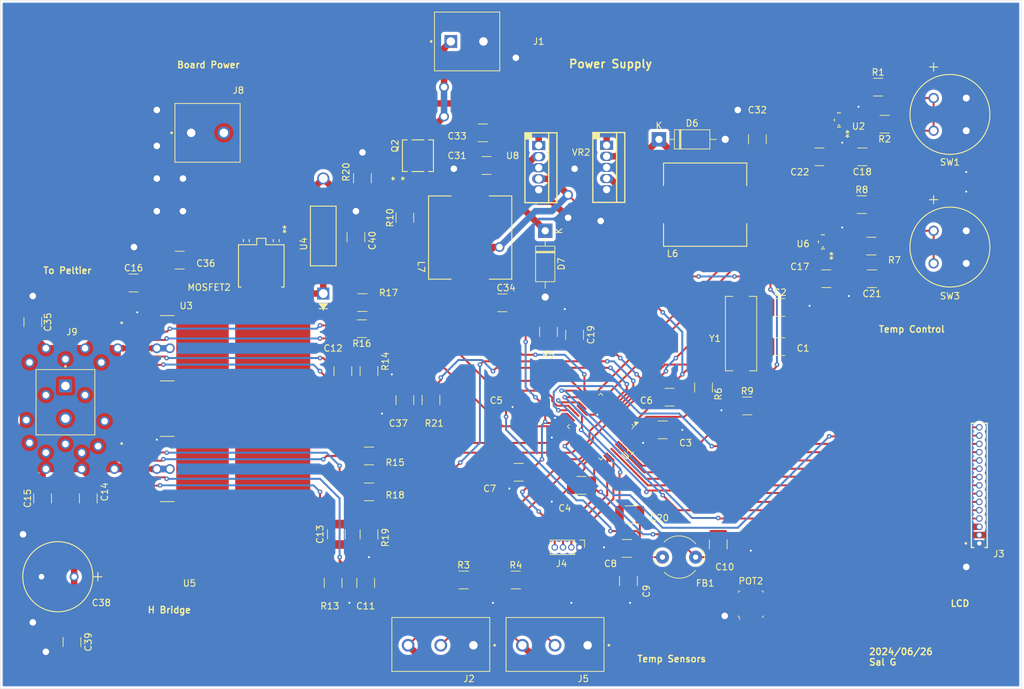
<source format=kicad_pcb>
(kicad_pcb (version 20240108) (generator "pcbnew") (generator_version "8.0")
  (layers (0 "F.Cu" signal) (31 "B.Cu" power) (34 "B.Paste" user) (35 "F.Paste" user) (36 "B.SilkS" user "B.Silkscreen") (37 "F.SilkS" user "F.Silkscreen") (38 "B.Mask" user) (39 "F.Mask" user) (44 "Edge.Cuts" user))
  (net 0 "")
  (net 1 "Net-(U1-PF1)")
  (net 2 "GND")
  (net 3 "Net-(U1-PF0)")
  (net 4 "+3.3V")
  (net 5 "+3.3VA")
  (net 6 "SR1")
  (net 7 "SR2")
  (net 8 "IS_hbridge1")
  (net 9 "P_plus")
  (net 10 "Net-(MOSFET2-D)")
  (net 11 "P_minus")
  (net 12 "Net-(U2-A)")
  (net 13 "/NRST")
  (net 14 "Net-(U1-VREF+)")
  (net 15 "Net-(U6-A)")
  (net 16 "+12V")
  (net 17 "+5V")
  (net 18 "IS_hbridge2")
  (net 19 "Net-(D6-K)")
  (net 20 "Net-(D7-K)")
  (net 21 "Net-(J4-Pin_2)")
  (net 22 "Net-(J4-Pin_3)")
  (net 23 "Net-(POT2-Wiper)")
  (net 24 "Net-(R1-Pad2)")
  (net 25 "PA11")
  (net 26 "PA12")
  (net 27 "/BOOT0")
  (net 28 "Net-(R7-Pad1)")
  (net 29 "Net-(J3-Pad15)")
  (net 30 "Net-(Q2-Pad1)")
  (net 31 "PA10")
  (net 32 "Net-(U5-INH)")
  (net 33 "PB11")
  (net 34 "Net-(U3-INH)")
  (net 35 "PB12")
  (net 36 "PA9")
  (net 37 "Net-(U3-IN)")
  (net 38 "PA8")
  (net 39 "Net-(U5-IN)")
  (net 40 "Net-(MOSFET2-G)")
  (net 41 "PB1")
  (net 42 "PB7")
  (net 45 "PB4")
  (net 47 "PA4")
  (net 48 "PA5")
  (net 51 "PB0")
  (net 52 "PB2")
  (net 54 "PB13")
  (net 55 "PB6")
  (net 58 "PB9")
  (net 59 "PB10")
  (net 60 "PB5")
  (net 61 "PB3")
  (net 62 "Net-(J1-Pad1)")
  (footprint "inductor_we:IND_1210-WE-PD_WRE" (layer "F.Cu") (at 174.5 74.825485)
    (property "Reference" "L6")
    (property "Value" "330 uH")
  )
  (footprint "oscillatorcrystal:XTAL_ECS-160-20-5PX-TR" (layer "F.Cu") (at 180 94.575485 -90)
    (property "Reference" "Y1")
    (property "Value" "ECS-160-20-5PX-TR" (hide yes))
  )
  (footprint "Capacitor_SMD:C_1210_3225Metric_Pad1.33x2.70mm_HandSolder" (layer "F.Cu") (at 193.0625 86.174495)
    (property "Reference" "C17")
    (property "Value" "0.1uF")
  )
  (footprint "5v_supply:KC0005A" (layer "F.Cu") (at 159.4 69.130485)
    (property "Reference" "VR2")
    (property "Value" "LM2575T-5.0_NOPB")
  )
  (footprint "Resistor_SMD:R_1210_3225Metric_Pad1.30x2.65mm_HandSolder" (layer "F.Cu") (at 180.95 105.662985)
    (property "Reference" "R9")
    (property "Value" "100")
  )
  (footprint "Resistor_SMD:R_1210_3225Metric_Pad1.30x2.65mm_HandSolder" (layer "F.Cu") (at 198.5 74.825485)
    (property "Reference" "R8")
    (property "Value" "10K")
  )
  (footprint "Capacitor_SMD:C_1210_3225Metric_Pad1.33x2.70mm_HandSolder" (layer "F.Cu") (at 162.9375 122.325485 180)
    (property "Reference" "C20")
    (property "Value" "0.1uF" (hide yes))
  )
  (footprint "Package_QFP:LQFP-48_7x7mm_P0.5mm" (layer "F.Cu") (at 158.5 108.825485 -135)
    (property "Reference" "U1")
    (property "Value" "STM32G473CCTx" (hide yes))
  )
  (footprint "Resistor_SMD:R_1210_3225Metric_Pad1.30x2.65mm_HandSolder" (layer "F.Cu") (at 145.5 132.325485)
    (property "Reference" "R4")
    (property "Value" "4.7K")
  )
  (footprint "digikey-footprints:Trimpot_3.8mmx3.6mm_TC33X-2-103E" (layer "F.Cu") (at 181.5 136.025485)
    (property "Reference" "POT2")
    (property "Value" "TC33X-2-103E" (hide yes))
  )
  (footprint "terminal_2pin:PHOENIX_1935776" (layer "F.Cu") (at 93.267 68.325485)
    (property "Reference" "J8")
    (property "Value" "1935776")
  )
  (footprint "Resistor_SMD:R_1210_3225Metric_Pad1.30x2.65mm_HandSolder" (layer "F.Cu") (at 150.5 94.325485 -90)
    (property "Reference" "R5")
    (property "Value" "10K")
  )
  (footprint "Capacitor_SMD:C_1210_3225Metric_Pad1.33x2.70mm_HandSolder" (layer "F.Cu") (at 86.9375 86.825485)
    (property "Reference" "C16")
    (property "Value" "220nF")
  )
  (footprint "Capacitor_SMD:C_1210_3225Metric_Pad1.33x2.70mm_HandSolder" (layer "F.Cu") (at 128.5 104.762985 90)
    (property "Reference" "C37")
    (property "Value" "1nF")
  )
  (footprint "Resistor_SMD:R_1210_3225Metric_Pad1.30x2.65mm_HandSolder" (layer "F.Cu") (at 137.5 132.325485)
    (property "Reference" "R3")
    (property "Value" "4.7K")
  )
  (footprint "terminal_2pin:PHOENIX_1935776" (layer "F.Cu") (at 133.034 54.325485)
    (property "Reference" "J1")
    (property "Value" "1935776")
  )
  (footprint "Capacitor_SMD:C_1210_3225Metric_Pad1.33x2.70mm_HandSolder" (layer "F.Cu") (at 143.4375 89.867385)
    (property "Reference" "C34")
    (property "Value" "330uF")
  )
  (footprint "Capacitor_SMD:C_1210_3225Metric_Pad1.33x2.70mm_HandSolder" (layer "F.Cu") (at 162.75 132.487985 -90)
    (property "Reference" "C9")
    (property "Value" "1uF")
  )
  (footprint "Capacitor_SMD:C_1210_3225Metric_Pad1.33x2.70mm_HandSolder" (layer "F.Cu") (at 121 79.825485 90)
    (property "Reference" "C40")
    (property "Value" "0.1uF")
  )
  (footprint "Capacitor_SMD:C_1210_3225Metric_Pad1.33x2.70mm_HandSolder" (layer "F.Cu") (at 122.5 132.762985 90)
    (property "Reference" "C11")
    (property "Value" "0.1uF")
  )
  (footprint "Capacitor_SMD:C_1210_3225Metric_Pad1.33x2.70mm_HandSolder" (layer "F.Cu") (at 162.5 127.487985 180)
    (property "Reference" "C8")
    (property "Value" "10nF")
  )
  (footprint "hbridge:DPAK127P1500X440-8N" (layer "F.Cu") (at 93.61 115.325485)
    (property "Reference" "U5")
    (property "Value" "IFX007TAUMA1")
  )
  (footprint "Ferrite_THT:LairdTech_28C0236-0JW-10" (layer "F.Cu") (at 167.96 128.825485)
    (property "Reference" "FB1")
    (property "Value" "120R")
  )
  (footprint "Capacitor_SMD:C_1210_3225Metric_Pad1.33x2.70mm_HandSolder" (layer "F.Cu") (at 71.5 92.825485 -90)
    (property "Reference" "C35")
    (property "Value" "220nF")
  )
  (footprint "3v3_supply:KC0005A" (layer "F.Cu") (at 149 69.172385)
    (property "Reference" "U8")
    (property "Value" "LM2575T-3.3/NOPB")
  )
  (footprint "terminal_3pin:PHOENIX_1935174" (layer "F.Cu") (at 141.5 138.075485 180)
    (property "Reference" "J2")
    (property "Value" "1935174")
  )
  (footprint "Resistor_SMD:R_1210_3225Metric_Pad1.30x2.65mm_HandSolder" (layer "F.Cu") (at 174.25 102.825485 -90)
    (property "Reference" "R6")
    (property "Value" "1K")
  )
  (footprint "schmitt:DCK5" (layer "F.Cu") (at 195 61.849991 180)
    (property "Reference" "U2")
    (property "Value" "SN74LVC1G14DCKR" (hide yes))
  )
  (footprint "Capacitor_SMD:C_1210_3225Metric_Pad1.33x2.70mm_HandSolder" (layer "F.Cu") (at 145.9375 115.825485 180)
    (property "Reference" "C7")
    (property "Value" "4.7uF")
  )
  (footprint "Capacitor_SMD:C_1210_3225Metric_Pad1.33x2.70mm_HandSolder" (layer "F.Cu") (at 94 83.325485 180)
    (property "Reference" "C36")
    (property "Value" "0.1uF")
  )
  (footprint "Capacitor_SMD:C_1210_3225Metric_Pad1.33x2.70mm_HandSolder" (layer "F.Cu") (at 198.5625 67.49999 180)
    (property "Reference" "C18")
    (property "Value" "0.1uF")
  )
  (footprint "Capacitor_SMD:C_1210_3225Metric_Pad1.33x2.70mm_HandSolder" (layer "F.Cu") (at 186 90.575485)
    (property "Reference" "C2")
    (property "Value" "26 pF")
  )
  (footprint "Capacitor_SMD:C_1210_3225Metric_Pad1.33x2.70mm_HandSolder" (layer "F.Cu") (at 168 109.325485)
    (property "Reference" "C3")
    (property "Value" "0.1uF")
  )
  (footprint "Diode_THT:D_DO-41_SOD81_P10.16mm_Horizontal" (layer "F.Cu") (at 150 78.829285 -90)
    (property "Reference" "D7")
    (property "Value" "1N5819")
  )
  (footprint "pushbutton:D6R90_CNK" (layer "F.Cu") (at 209.5 58.5)
    (property "Reference" "SW1")
    (property "Value" "D6R90F2LFS")
  )
  (footprint "Resistor_SMD:R_1210_3225Metric_Pad1.30x2.65mm_HandSolder" (layer "F.Cu") (at 128.5 76.825485 90)
    (property "Reference" "R10")
    (property "Value" "200")
  )
  (footprint "Resistor_SMD:R_1210_3225Metric_Pad1.30x2.65mm_HandSolder" (layer "F.Cu") (at 123 125.337985 -90)
    (property "Reference" "R19")
    (property "Value" "1K")
  )
  (footprint "Resistor_SMD:R_1210_3225Metric_Pad1.30x2.65mm_HandSolder" (layer "F.Cu") (at 199.95 81.174495 180)
    (property "Reference" "R7")
    (property "Value" "100")
  )
  (footprint "fan_relay:SOP4_PAN" (layer "F.Cu") (at 130.5 67.325485 90)
    (property "Reference" "Q2")
    (property "Value" "AQY212GSX")
  )
  (footprint "Capacitor_SMD:C_1210_3225Metric_Pad1.33x2.70mm_HandSolder" (layer "F.Cu") (at 182.5 64.825485 90)
    (property "Reference" "C32")
    (property "Value" "330uF")
  )
  (footprint "Capacitor_SMD:C_1210_3225Metric_Pad1.33x2.70mm_HandSolder" (layer "F.Cu") (at 118 125.325485 90)
    (property "Reference" "C13")
    (property "Value" "1nF")
  )
  (footprint "Capacitor_SMD:C_1210_3225Metric_Pad1.33x2.70mm_HandSolder" (layer "F.Cu") (at 77.5 141.825485 -90)
    (property "Reference" "C39")
    (property "Value" "0.1uF")
  )
  (footprint "Resistor_SMD:R_1210_3225Metric_Pad1.30x2.65mm_HandSolder" (layer "F.Cu") (at 132.5 104.750485 -90)
    (property "Reference" "R21")
    (property "Value" "1K")
  )
  (footprint "sals_footprints:CAP_10X12.5_RUB" (layer "F.Cu") (at 77.83515 131.825485 180)
    (property "Reference" "C38")
    (property "Value" "1000uF")
  )
  (footprint "Resistor_SMD:R_1210_3225Metric_Pad1.30x2.65mm_HandSolder" (layer "F.Cu") (at 123 100.325485 -90)
    (property "Reference" "R14")
    (property "Value" "20K")
  )
  (footprint "hbridge:DPAK127P1500X440-8N" (layer "F.Cu") (at 93.61 96.825485)
    (property "Reference" "U3")
    (property "Value" "IFX007TAUMA1")
  )
  (footprint "Capacitor_SMD:C_1210_3225Metric_Pad1.33x2.70mm_HandSolder" (layer "F.Cu") (at 154.5 94.762985 -90)
    (property "Reference" "C19")
    (property "Value" "0.1uF")
  )
  (footprint "Connector_PinHeader_1.27mm:PinHeader_1x04_P1.27mm_Vertical" (layer "F.Cu") (at 155.27 127.325485 -90)
    (property "Reference" "J4")
    (property "Value" "Conn_01x04_Pin" (hide yes))
  )
  (footprint "Resistor_SMD:R_1210_3225Metric_Pad1.30x2.65mm_HandSolder" (layer "F.Cu") (at 123 118.825485 180)
    (property "Reference" "R18")
    (property "Value" "10K")
  )
  (footprint "Capacitor_SMD:C_1210_3225Metric_Pad1.33x2.70mm_HandSolder" (layer "F.Cu") (at 119 100.337985 90)
    (property "Reference" "C12")
    (property "Value" "0.1uF")
  )
  (footprint "Capacitor_SMD:C_1210_3225Metric_Pad1.33x2.70mm_HandSolder" (layer "F.Cu") (at 148.5 105.825485 180)
    (property "Reference" "C5")
    (property "Value" "0.1uF" (hide yes))
  )
  (footprint "Capacitor_SMD:C_1210_3225Metric_Pad1.33x2.70mm_HandSolder" (layer "F.Cu") (at 155.5625 117.825485 180)
    (property "Reference" "C4")
    (property "Value" "0.1uF" (hide yes))
  )
  (footprint "Diode_THT:D_DO-41_SOD81_P10.16mm_Horizontal" (layer "F.Cu") (at 167.42 64.825485)
    (property "Reference" "D6")
    (property "Value" "1N5819" (hide yes))
  )
  (footprint "schottkydiode:CASE_17AA-01_ONS" (layer "F.Cu") (at 116 88.440785 90)
    (property "Reference" "U4")
    (property "Value" "1N5349BG" (hide yes))
  )
  (footprint "Resistor_SMD:R_1210_3225Metric_Pad1.30x2.65mm_HandSolder" (layer "F.Cu") (at 122 70.775485 90)
    (property "Reference" "R20")
    (property "Value" "10K")
  )
  (footprint "inductor_we:IND_1210-WE-PD_WRE" (layer "F.Cu") (at 138.5 79.867385 -90)
    (property "Reference" "L7")
    (property "Value" "330 uH")
  )
  (footprint "Capacitor_SMD:C_1210_3225Metric_Pad1.33x2.70mm_HandSolder" (layer "F.Cu") (at 73 119.825485 90)
    (property "Reference" "C15")
    (property "Value" "220nF")
  )
  (footprint "Resistor_SMD:R_1210_3225Metric_Pad1.30x2.65mm_HandSolder" (layer "F.Cu") (at 117.5 132.762985 -90)
    (property "Reference" "R13")
    (property "Value" "20K")
  )
  (footprint "Capacitor_SMD:C_1210_3225Metric_Pad1.33x2.70mm_HandSolder" (layer "F.Cu") (at 176.5 126.887985 90)
    (property "Reference" "C10")
    (property "Value" "1uF")
  )
  (footprint "Resistor_SMD:R_1210_3225Metric_Pad1.30x2.65mm_HandSolder" (layer "F.Cu") (at 202 62.49999 180)
    (property "Reference" "R2")
    (property "Value" "100")
  )
  (footprint "pushbutton:D6R90_CNK" (layer "F.Cu") (at 209.5 78.825495)
    (property "Reference" "SW3")
    (property "Value" "D6R90F2LFS")
  )
  (footprint "terminal_2pin:PHOENIX_1935776" (layer "F.Cu") (at 72 100.092485 -90)
    (property "Reference" "J9")
    (property "Value" "1935776")
  )
  (footprint "mosfetprotect:PG-TO252-3_INF" (layer "F.Cu") (at 106.5 84.212585 180)
    (property "Reference" "MOSFET2")
    (property "Value" "IPD042P03L3GATMA1" (hide yes))
  )
  (footprint "Capacitor_SMD:C_1210_3225Metric_Pad1.33x2.70mm_HandSolder" (layer "F.Cu") (at 186 96.575485)
    (property "Reference" "C1")
    (property "Value" "26 pF")
  )
  (footprint "Capacitor_SMD:C_1210_3225Metric_Pad1.33x2.70mm_HandSolder" (layer "F.Cu") (at 200.0625 86.174495 180)
    (property "Reference" "C21")
    (property "Value" "0.1uF")
  )
  (footprint "Resistor_SMD:R_1210_3225Metric_Pad1.30x2.65mm_HandSolder" (layer "F.Cu") (at 201 56.825485)
    (property "Reference" "R1")
    (property "Value" "10K")
  )
  (footprint "Resistor_SMD:R_1210_3225Metric_Pad1.30x2.65mm_HandSolder" (layer "F.Cu") (at 122 89.825485 180)
    (property "Reference" "R17")
    (property "Value" "10K")
  )
  (footprint "Capacitor_SMD:C_1210_3225Metric_Pad1.33x2.70mm_HandSolder" (layer "F.Cu") (at 192 67.49999)
    (property "Reference" "C22")
    (property "Value" "0.1uF")
  )
  (footprint "Capacitor_SMD:C_1210_3225Metric_Pad1.33x2.70mm_HandSolder" (layer "F.Cu") (at 140.4375 63.825485 180)
    (property "Reference" "C33")
    (property "Value" "100uF")
  )
  (footprint "Capacitor_SMD:C_1210_3225Metric_Pad1.33x2.70mm_HandSolder" (layer "F.Cu") (at 169.0625 104.325485)
    (property "Reference" "C6")
    (property "Value" "0.1uF")
  )
  (footprint "lcdheader:SAMTEC_TMS-115-01-G-S" (layer "F.Cu") (at 216.5 117.825485 90)
    (property "Reference" "J3")
    (property "Value" "TMS-115-01-G-S")
  )
  (footprint "Capacitor_SMD:C_1210_3225Metric_Pad1.33x2.70mm_HandSolder" (layer "F.Cu") (at 80 119.825485 -90)
    (property "Reference" "C14")
    (property "Value" "220nF")
  )
  (footprint "Resistor_SMD:R_1210_3225Metric_Pad1.30x2.65mm_HandSolder" (layer "F.Cu") (at 123 113.325485 180)
    (property "Reference" "R15")
    (property "Value" "10K")
  )
  (footprint "Capacitor_SMD:C_1210_3225Metric_Pad1.33x2.70mm_HandSolder" (layer "F.Cu") (at 141 68.825485 180)
    (property "Reference" "C31")
    (property "Value" "100uF")
  )
  (footprint "terminal_3pin:PHOENIX_1935174" (layer "F.Cu") (at 159 138.075485 180)
    (property "Reference" "J5")
    (property "Value" "1935174")
  )
  (footprint "schmitt:DCK5" (layer "F.Cu") (at 192.5414 80.524496 180)
    (property "Reference" "U6")
    (property "Value" "SN74LVC1G14DCKR" (hide yes))
  )
  (footprint "Resistor_SMD:R_1210_3225Metric_Pad1.30x2.65mm_HandSolder" (layer "F.Cu") (at 121.9 93.825485 180)
    (property "Reference" "R16")
    (property "Value" "10K")
  )
  (gr_line (start 66.5 149) (end 66.5 43.5) (stroke (width 0.05)) (layer "Edge.Cuts"))
  (gr_line (start 223 149) (end 66.5 149) (stroke (width 0.05)) (layer "Edge.Cuts"))
  (gr_line (start 223 43.5) (end 223 149) (stroke (width 0.05)) (layer "Edge.Cuts"))
  (gr_line (start 66.5 43.5) (end 223 43.5) (stroke (width 0.05)) (layer "Edge.Cuts"))
  (gr_text "Temp Control" (at 201 94.5 0) (layer "F.SilkS") (effects (font (size 1 1) (thickness 0.2) (bold yes)) (justify left bottom)))
  (gr_text "Board Power\n" (at 93.5 54 0) (layer "F.SilkS") (effects (font (size 1 1) (thickness 0.2) (bold yes)) (justify left bottom)))
  (gr_text "2024/06/26\nSal G" (at 199.5 145.5 0) (layer "F.SilkS") (effects (font (size 1 1) (thickness 0.2) (bold yes)) (justify left bottom)))
  (gr_text "LCD" (at 212 136.5 0) (layer "F.SilkS") (effects (font (size 1 1) (thickness 0.2) (bold yes)) (justify left bottom)))
  (gr_text "Power Supply\n" (at 153.5 54 0) (layer "F.SilkS") (effects (font (size 1.25 1.25) (thickness 0.25) (bold yes)) (justify left bottom)))
  (gr_text "Temp Sensors" (at 164 145 0) (layer "F.SilkS") (effects (font (size 1 1) (thickness 0.2) (bold yes)) (justify left bottom)))
  (gr_text "To Peltier" (at 73 85.5 0) (layer "F.SilkS") (effects (font (size 1 1) (thickness 0.2) (bold yes)) (justify left bottom)))
  (gr_text "H Bridge \n" (at 89 137.5 0) (layer "F.SilkS") (effects (font (size 1 1) (thickness 0.2) (bold yes)) (justify left bottom)))
  (segment (start 161.620109 106.05893) (end 168.353554 99.325485) (width 0.3) (layer "F.Cu") (net 1))
  (segment (start 184.4375 96.575485) (end 181.6875 99.325485) (width 0.3) (layer "F.Cu") (net 1))
  (segment (start 181.6875 99.325485) (end 180 99.325485) (width 0.3) (layer "F.Cu") (net 1))
  (segment (start 168.353554 99.325485) (end 180 99.325485) (width 0.3) (layer "F.Cu") (net 1))
  (segment (start 187.5625 90.575485) (end 187.5625 96.575485) (width 0.3) (layer "F.Cu") (net 2))
  (segment (start 182.5 63.262985) (end 182.4375 63.262985) (width 1) (layer "F.Cu") (net 2))
  (segment (start 156 115.325485) (end 155.5 115.825485) (width 0.3) (layer "F.Cu") (net 2))
  (segment (start 214.5 58.5) (end 214.5 63.49999) (width 0.3) (layer "F.Cu") (net 2))
  (segment (start 170.625 104.325485) (end 173.675 101.275485) (width 0.3) (layer "F.Cu") (net 2))
  (segment (start 77.5 143.387985) (end 73.5625 143.387985) (width 1) (layer "F.Cu") (net 2))
  (segment (start 89 83.325485) (end 87 81.325485) (width 1) (layer "F.Cu") (net 2))
  (segment (start 159.4 72.525485) (end 159.4 76.425485) (width 1) (layer "F.Cu") (net 2))
  (segment (start 182.4375 63.262985) (end 179.5 60.325485) (width 1) (layer "F.Cu") (net 2))
  (segment (start 119 101.900485) (end 122.975 101.900485) (width 0.3) (layer "F.Cu") (net 2))
  (segment (start 179.1425 63.262985) (end 177.58 64.825485) (width 1) (layer "F.Cu") (net 2))
  (segment (start 122.5 134.325485) (end 120 134.325485) (width 0.3) (layer "F.Cu") (net 2))
  (segment (start 196.0414 62.49999) (end 196.0414 64.784085) (width 0.3) (layer "F.Cu") (net 2))
  (segment (start 128.525 106.300485) (end 128.5 106.325485) (width 0.3) (layer "F.Cu") (net 2))
  (segment (start 151.05061 74.376095) (end 153.44939 76.774875) (width 1) (layer "F.Cu") (net 2))
  (segment (start 154.5 92.325485) (end 153 90.825485) (width 0.3) (layer "F.Cu") (net 2))
  (segment (start 214.5 83.825485) (end 214.5 78.825495) (width 0.3) (layer "F.Cu") (net 2))
  (segment (start 187.5625 90.575485) (end 190.25 90.575485) (width 0.3) (layer "F.Cu") (net 2))
  (segment (start 169.5625 109.325485) (end 171 109.325485) (width 0.3) (layer "F.Cu") (net 2))
  (segment (start 125.45 101.875485) (end 126.5 100.825485) (width 0.3) (layer "F.Cu") (net 2))
  (segment (start 136.5 68.825485) (end 136 69.325485) (width 1) (layer "F.Cu") (net 2))
  (segment (start 154.341901 69.167386) (end 154.5 69.325485) (width 1) (layer "F.Cu") (net 2))
  (segment (start 162.75 134.050485) (end 162.75 135.575485) (width 0.3) (layer "F.Cu") (net 2))
  (segment (start 152.535955 107.048504) (end 152.084459 107.5) (width 0.3) (layer "F.Cu") (net 2))
  (segment (start 139 138.825485) (end 142 135.825485) (width 0.3) (layer "F.Cu") (net 2))
  (segment (start 73 121.387985) (end 73 122.325485) (width 1) (layer "F.Cu") (net 2))
  (segment (start 149 74.376095) (end 151.05061 74.376095) (width 1) (layer "F.Cu") (net 2))
  (segment (start 73.5625 143.387985) (end 73.5 143.325485) (width 1) (layer "F.Cu") (net 2))
  (segment (start 122 69.225485) (end 122 66.825485) (width 1) (layer "F.Cu") (net 2))
  (segment (start 123 101.875485) (end 125.45 101.875485) (width 0.3) (layer "F.Cu") (net 2))
  (segment (start 196.5 86.174495) (end 198.5 86.174495) (width 0.3) (layer "F.Cu") (net 2))
  (segment (start 72.83135 137.494135) (end 71.5 138.825485) (width 1) (layer "F.Cu") (net 2))
  (segment (start 177 104.025485) (end 177 106.325485) (width 0.3) (layer "F.Cu") (net 2))
  (segment (start 117.5125 134.325485) (end 117.5 134.312985) (width 0.3) (layer "F.Cu") (net 2))
  (segment (start 216.5 126.715485) (end 216.5 128.325485) (width 1) (layer "F.Cu") (net 2))
  (segment (start 153.37127 106.878737) (end 152.705722 106.878737) (width 0.3) (layer "F.Cu") (net 2))
  (segment (start 159.1625 127.487985) (end 159 127.325485) (width 0.3) (layer "F.Cu") (net 2))
  (segment (start 197 67.49999) (end 197 66.825485) (width 0.3) (layer "F.Cu") (net 2))
  (segment (start 125.5 106.325485) (end 125 106.825485) (width 0.3) (layer "F.Cu") (net 2))
  (segment (start 155.5 115.825485) (end 155.5 116.325485) (width 0.3) (layer "F.Cu") (net 2))
  (segment (start 179 125.325485) (end 181.5 127.825485) (width 0.3) (layer "F.Cu") (net 2))
  (segment (start 193.5625 67.262985) (end 195.5 65.325485) (width 0.3) (layer "F.Cu") (net 2))
  (segment (start 139 142.325485) (end 139 138.825485) (width 0.3) (layer "F.Cu") (net 2))
  (segment (start 144.375 115.825485) (end 144.375 118.200485) (width 0.3) (layer "F.Cu") (net 2))
  (segment (start 87.54 93.015485) (end 87.54 91.365485) (width 0.3) (layer "F.Cu") (net 2))
  (segment (start 193.5625 67.49999) (end 193.5625 67.262985) (width 0.3) (layer "F.Cu") (net 2))
  (segment (start 131.77 70.665585) (end 134.6599 70.665585) (width 1) (layer "F.Cu") (net 2))
  (segment (start 145 89.867385) (end 149.1219 89.867385) (width 1) (layer "F.Cu") (net 2))
  (segment (start 193.5828 79.874497) (end 193.950988 79.874497) (width 0.3) (layer "F.Cu") (net 2))
  (segment (start 72.83135 131.825485) (end 72.83135 137.494135) (width 1) (layer "F.Cu") (net 2))
  (segment (start 149 72.567385) (end 149 74.376095) (width 1) (layer "F.Cu") (net 2))
  (segment (start 173.675 101.275485) (end 174.25 101.275485) (width 0.3) (layer "F.Cu") (net 2))
  (segment (start 71.5 91.262985) (end 71.5 88.825485) (width 1) (layer "F.Cu") (net 2))
  (segment (start 144.375 118.200485) (end 144.5 118.325485) (width 0.3) (layer "F.Cu") (net 2))
  (segment (start 214.5 63.49999) (end 214.5 69.825485) (width 0.3) (layer "F.Cu") (net 2))
  (segment (start 150 88.989285) (end 151.8362 90.825485) (width 0.3) (layer "F.Cu") (net 2))
  (segment (start 196.5 86.174495) (end 196.5 88.825485) (width 0.3) (layer "F.Cu") (net 2))
  (segment (start 155.379891 106.05893) (end 156.320961 107) (width 0.3) (layer "F.Cu") (net 2))
  (segment (start 190.25 90.575485) (end 190.5 90.325485) (width 0.3) (layer "F.Cu") (net 2))
  (segment (start 194.625 86.174495) (end 196.5 86.174495) (width 0.3) (layer "F.Cu") (net 2))
  (segment (start 156.320961 107) (end 158 107) (width 0.3) (layer "F.Cu") (net 2))
  (segment (start 156.5 142.325485) (end 156.5 138.325485) (width 0.3) (layer "F.Cu") (net 2))
  (segment (start 149 69.167386) (end 154.341901 69.167386) (width 1) (layer "F.Cu") (net 2))
  (segment (start 180.5 137.825485) (end 177.5 137.825485) (width 1) (layer "F.Cu") (net 2))
  (segment (start 163.034322 110.177827) (end 164.18198 111.325485) (width 0.3) (layer "F.Cu") (net 2))
  (segment (start 151.8362 90.825485) (end 153 90.825485) (width 0.3) (layer "F.Cu") (net 2))
  (segment (start 196.0414 61.199992) (end 196.625493 61.199992) (width 0.3) (layer "F.Cu") (net 2))
  (segment (start 174.25 101.275485) (end 177 104.025485) (width 0.3) (layer "F.Cu") (net 2))
  (segment (start 132.5 106.300485) (end 128.525 106.300485) (width 0.3) (layer "F.Cu") (net 2))
  (segment (start 87.54 91.365485) (end 87.5 91.325485) (width 0.3) (layer "F.Cu") (net 2))
  (segment (start 134.6599 70.665585) (end 136 69.325485) (width 1) (layer "F.Cu") (net 2))
  (segment (start 193.5828 81.174495) (end 193.5828 85.132295) (width 0.3) (layer "F.Cu") (net 2))
  (segment (start 118 126.887985) (end 123 126.887985) (width 0.3) (layer "F.Cu") (net 2))
  (segment (start 156.5 138.325485) (end 154 135.825485) (width 0.3) (layer "F.Cu") (net 2))
  (segment (start 138.875 63.825485) (end 138.875 68.262985) (width 1) (layer "F.Cu") (net 2))
  (segment (start 122.975 101.900485) (end 123 101.875485) (width 0.3) (layer "F.Cu") (net 2))
  (segment (start 193.5828 85.132295) (end 194.625 86.174495) (width 0.3) (layer "F.Cu") (net 2))
  (segment (start 155.5 116.325485) (end 154 117.825485) (width 0.3) (layer "F.Cu") (net 2))
  (segment (start 146.9375 105.825485) (end 145 105.825485) (width 0.3) (layer "F.Cu") (net 2))
  (segment (start 151.5 120.325485) (end 151 120.325485) (width 0.3) (layer "F.Cu") (net 2))
  (segment (start 160.9375 127.487985) (end 159.1625 127.487985) (width 0.3) (layer "F.Cu") (net 2))
  (segment (start 153.965678 107.473143) (end 153.37127 106.878737) (width 0.3) (layer "F.Cu") (net 2))
  (segment (start 87.54 111.515485) (end 89.81 111.515485) (width 0.3) (layer "F.Cu") (net 2))
  (segment (start 162.75 135.575485) (end 163 135.825485) (width 0.3) (layer "F.Cu") (net 2))
  (segment (start 157.147658 113.359807) (end 156 114.507465) (width 0.3) (layer "F.Cu") (net 2))
  (segment (start 164.18198 111.325485) (end 165 111.325485) (width 0.3) (layer "F.Cu") (net 2))
  (segment (start 143 49.825485) (end 145.5 52.325485) (width 1) (layer "F.Cu") (net 2))
  (segment (start 182.5 63.262985) (end 179.1425 63.262985) (width 1) (layer "F.Cu") (net 2))
  (segment (start 154.5 93.200485) (end 154.5 92.325485) (width 0.3) (layer "F.Cu") (net 2))
  (segment (start 159.4 69.125486) (end 154.699999 69.125486) (width 1) (layer "F.Cu") (net 2))
  (segment (start 149.1219 89.867385) (end 150 88.989285) (width 1) (layer "F.Cu") (net 2))
  (segment (start 193.950988 79.874497) (end 195.5 78.325485) (width 0.3) (layer "F.Cu") (net 2))
  (segment (start 128.5 106.325485) (end 125.5 106.325485) (width 0.3) (layer "F.Cu") (net 2))
  (segment (start 216.5 126.715485) (end 216.11 126.715485) (width 1) (layer "F.Cu") (net 2))
  (segment (start 92.4375 83.325485) (end 89 83.325485) (width 1) (layer "F.Cu") (net 2))
  (segment (start 196.625493 61.199992) (end 198 59.825485) (width 0.3) (layer "F.Cu") (net 2))
  (segment (start 140.534 49.825485) (end 143 49.825485) (width 1) (layer "F.Cu") (net 2))
  (segment (start 121 78.262985) (end 121 75.825485) (width 1) (layer "F.Cu") (net 2))
  (segment (start 120 134.325485) (end 117.5125 134.325485) (width 0.3) (layer "F.Cu") (net 2))
  (segment (start 152.084459 107.5) (end 151.5 107.5) (width 0.3) (layer "F.Cu") (net 2))
  (segment (start 73 122.325485) (end 70 125.325485) (width 1) (layer "F.Cu") (net 2))
  (segment (start 155.27 127.325485) (end 159 127.325485) (width 0.3) (layer "F.Cu") (net 2))
  (segment (start 89.81 111.515485) (end 90.5 110.825485) (width 0.3) (layer "F.Cu") (net 2))
  (segment (start 214.5 78.825495) (end 214.5 72.825485) (width 0.3) (layer "F.Cu") (net 2))
  (segment (start 123 126.887985) (end 123 128.825485) (width 0.3) (layer "F.Cu") (net 2))
  (segment (start 120 134.325485) (end 120 135.825485) (width 0.3) (layer "F.Cu") (net 2))
  (segment (start 138.875 68.262985) (end 139.4375 68.825485) (width 1) (layer "F.Cu") (net 2))
  (segment (start 139.4375 68.825485) (end 136.5 68.825485) (width 1) (layer "F.Cu") (net 2))
  (segment (start 216.5 128.325485) (end 214.5 130.325485) (width 1) (layer "F.Cu") (net 2))
  (segment (start 152.705722 106.878737) (end 152.535955 107.048504) (width 0.3) (layer "F.Cu") (net 2))
  (segment (start 156 114.507465) (end 156 115.325485) (width 0.3) (layer "F.Cu") (net 2))
  (segment (start 154 117.825485) (end 151.5 120.325485) (width 0.3) (layer "F.Cu") (net 2))
  (segment (start 196.0414 64.784085) (end 195.5 65.325485) (width 0.3) (layer "F.Cu") (net 2))
  (segment (start 176.5 125.325485) (end 179 125.325485) (width 0.3) (layer "F.Cu") (net 2))
  (segment (start 154.699999 69.125486) (end 154.5 69.325485) (width 1) (layer "F.Cu") (net 2))
  (segment (start 155.379891 106.05893) (end 156.2 106.879039) (width 0.3) (layer "F.Cu") (net 2))
  (segment (start 197 66.825485) (end 195.5 65.325485) (width 0.3) (layer "F.Cu") (net 2))
  (segment (start 159.4 76.425485) (end 158.5 77.325485) (width 1) (layer "F.Cu") (net 2))
  (segment (start 153.44939 76.774875) (end 153.5 76.825485) (width 1) (layer "F.Cu") (net 2))
  (via (at 151 110.5) (size 0.7) (drill 0.3) (layers "F.Cu" "B.Cu") (net 2))
  (via (at 151.5 107.5) (size 0.7) (drill 0.3) (layers "F.Cu" "B.Cu") (net 2))
  (via (at 190.5 90.325485) (size 0.7) (drill 0.3) (layers "F.Cu" "B.Cu") (net 2))
  (via (at 214.5 72.825485) (size 0.7) (drill 0.3) (layers "F.Cu" "B.Cu") (net 2))
  (via (at 153 90.825485) (size 0.7) (drill 0.3) (layers "F.Cu" "B.Cu") (net 2))
  (via (at 71.5 88.825485) (size 1.5) (drill 1) (layers "F.Cu" "B.Cu") (net 2))
  (via (at 121 75.825485) (size 1.5) (drill 1) (layers "F.Cu" "B.Cu") (net 2))
  (via (at 94.5 75.825485) (size 1.5) (drill 1) (layers "F.Cu" "B.Cu") (net 2))
  (via (at 154 135.825485) (size 0.7) (drill 0.3) (layers "F.Cu" "B.Cu") (net 2))
  (via (at 196.5 88.825485) (size 0.7) (drill 0.3) (layers "F.Cu" "B.Cu") (net 2))
  (via (at 177.5 137.825485) (size 1.5) (drill 1) (layers "F.Cu" "B.Cu") (net 2))
  (via (at 181.5 127.825485) (size 0.7) (drill 0.3) (layers "F.Cu" "B.Cu") (net 2))
  (via (at 179.5 60.325485) (size 1.5) (drill 1) (layers "F.Cu" "B.Cu") (net 2))
  (via (at 125 106.825485) (size 0.7) (drill 0.3) (layers "F.Cu" "B.Cu") (net 2))
  (via (at 90.5 110.825485) (size 0.7) (drill 0.3) (layers "F.Cu" "B.Cu") (net 2))
  (via (at 71.5 138.825485) (size 1.5) (drill 1) (layers "F.Cu" "B.Cu") (net 2))
  (via (at 123 128.825485) (size 0.7) (drill 0.3) (layers "F.Cu" "B.Cu") (net 2))
  (via (at 158 107) (size 0.7) (drill 0.3) (layers "F.Cu" "B.Cu") (net 2))
  (via (at 90.5 65.825485) (size 1.5) (drill 1) (layers "F.Cu" "B.Cu") (net 2))
  (via (at 195.5 78.325485) (size 0.7) (drill 0.3) (layers "F.Cu" "B.Cu") (net 2))
  (via (at 163 135.825485) (size 0.7) (drill 0.3) (layers "F.Cu" "B.Cu") (net 2))
  (via (at 153.5 76.825485) (size 1.5) (drill 1) (layers "F.Cu" "B.Cu") (net 2))
  (via (at 120 135.825485) (size 0.7) (drill 0.3) (layers "F.Cu" "B.Cu") (net 2))
  (via (at 144.5 118.325485) (size 0.7) (drill 0.3) (layers "F.Cu" "B.Cu") (net 2))
  (via (at 154.5 69.325485) (size 1.5) (drill 1) (layers "F.Cu" "B.Cu") (net 2))
  (via (at 94.5 70.825485) (size 1.5) (drill 1) (layers "F.Cu" "B.Cu") (net 2))
  (via (at 70 125.325485) (size 1.5) (drill 1) (layers "F.Cu" "B.Cu") (net 2))
  (via (at 90.5 60.325485) (size 1.5) (drill 1) (layers "F.Cu" "B.Cu") (net 2))
  (via (at 214.5 130.325485) (size 1.5) (drill 1) (layers "F.Cu" "B.Cu") (net 2))
  (via (at 90.5 75.825485) (size 1.5) (drill 1) (layers "F.Cu" "B.Cu") (net 2))
  (via (at 171 109.325485) (size 0.7) (drill 0.3) (layers "F.Cu" "B.Cu") (net 2))
  (via (at 198 59.825485) (size 0.7) (drill 0.3) (layers "F.Cu" "B.Cu") (net 2))
  (via (at 158.5 77.325485) (size 1.5) (drill 1) (layers "F.Cu" "B.Cu") (net 2))
  (via (at 87 81.325485) (size 1.5) (drill 1) (layers "F.Cu" "B.Cu") (net 2))
  (via (at 136 69.325485) (size 1.5) (drill 1) (layers "F.Cu" "B.Cu") (net 2))
  (via (at 151 120.325485) (size 0.7) (drill 0.3) (layers "F.Cu" "B.Cu") (net 2))
  (via (at 87.5 91.325485) (size 0.7) (drill 0.3) (layers "F.Cu" "B.Cu") (net 2))
  (via (at 165 111.325485) (size 0.7) (drill 0.3) (layers "F.Cu" "B.Cu") (net 2))
  (via (at 90.5 70.825485) (size 1.5) (drill 1) (layers "F.Cu" "B.Cu") (net 2))
  (via (at 159 127.325485) (size 0.7) (drill 0.3) (layers "F.Cu" "B.Cu") (net 2))
  (via (at 126.5 100.825485) (size 0.7) (drill 0.3) (layers "F.Cu" "B.Cu") (net 2))
  (via (at 122 66.825485) (size 1.5) (drill 1) (layers "F.Cu" "B.Cu") (net 2))
  (via (at 142 135.825485) (size 0.7) (drill 0.3) (layers "F.Cu" "B.Cu") (net 2))
  (via (at 195.5 65.325485) (size 0.7) (drill 0.3) (layers "F.Cu" "B.Cu") (net 2))
  (via (at 145.5 52.325485) (size 1.5) (drill 1) (layers "F.Cu" "B.Cu") (net 2))
  (via (at 73.5 143.325485) (size 1.5) (drill 1) (layers "F.Cu" "B.Cu") (net 2))
  (via (at 145 105.825485) (size 0.7) (drill 0.3) (layers "F.Cu" "B.Cu") (net 2))
  (via (at 214.5 69.825485) (size 0.7) (drill 0.3) (layers "F.Cu" "B.Cu") (net 2))
  (via (at 177 106.325485) (size 0.7) (drill 0.3) (layers "F.Cu" "B.Cu") (net 2))
  (segment (start 151.5 110) (end 151 110.5) (width 0.3) (layer "B.Cu") (net 2))
  (segment (start 151.5 107.5) (end 151.5 110) (width 0.3) (layer "B.Cu") (net 2))
  (segment (start 165.46967 103.355815) (end 168.5 100.325485) (width 0.3) (layer "F.Cu") (net 3))
  (segment (start 165.03033 103.355815) (end 165.46967 103.355815) (width 0.3) (layer "F.Cu") (net 3))
  (segment (start 178.5 89.825485) (end 180 89.825485) (width 0.3) (layer "F.Cu") (net 3))
  (segment (start 184.4375 90.575485) (end 183.6875 89.825485) (width 0.3) (layer "F.Cu") (net 3))
  (segment (start 170 98.325485) (end 178.5 89.825485) (width 0.3) (layer "F.Cu") (net 3))
  (segment (start 161.973662 106.412483) (end 165.03033 103.355815) (width 0.3) (layer "F.Cu") (net 3))
  (segment (start 183.6875 89.825485) (end 180 89.825485) (width 0.3) (layer "F.Cu") (net 3))
  (via (at 168.5 100.325485) (size 0.7) (drill 0.3) (layers "F.Cu" "B.Cu") (net 3))
  (via (at 170 98.325485) (size 0.7) (drill 0.3) (layers "F.Cu" "B.Cu") (net 3))
  (segment (start 168.5 99.825485) (end 170 98.325485) (width 0.3) (layer "B.Cu") (net 3))
  (segment (start 168.5 100.325485) (end 168.5 99.825485) (width 0.3) (layer "B.Cu") (net 3))
  (segment (start 149 70.867385) (end 151.000001 70.867385) (width 1) (layer "F.Cu") (net 4))
  (segment (start 151.46 125.865485) (end 152.25 125.075485) (width 0.3) (layer "F.Cu") (net 4))
  (segment (start 192.4342 80.240295) (end 191.5 81.174495) (width 0.3) (layer "F.Cu") (net 4))
  (segment (start 152.5 72.367384) (end 152.541899 72.367384) (width 1) (layer "F.Cu") (net 4))
  (segment (start 196.95 74.825485) (end 192.4342 79.341285) (width 0.3) (layer "F.Cu") (net 4))
  (segment (start 147.5 115.825485) (end 147.5 117.825485) (width 0.3) (layer "F.Cu") (net 4))
  (segment (start 167.5 104.325485) (end 163.998788 107.826697) (width 0.3) (layer "F.Cu") (net 4))
  (segment (start 150 105.887985) (end 150.0625 105.825485) (width 0.3) (layer "F.Cu") (net 4))
  (segment (start 192.4342 79.341285) (end 192.4342 80.240295) (width 0.3) (layer "F.Cu") (net 4))
  (segment (start 163.387876 109.824273) (end 165.938712 109.824273) (width 0.3) (layer "F.Cu") (net 4))
  (segment (start 191 85.825485) (end 184.5 85.825485) (width 0.3) (layer "F.Cu") (net 4))
  (segment (start 191.34901 86.174495) (end 191 85.825485) (width 0.3) (layer "F.Cu") (net 4))
  (segment (start 173.04 128.825485) (end 176.125 128.825485) (width 0.3) (layer "F.Cu") (net 4))
  (segment (start 141.875 89.867385) (end 144.8331 92.825485) (width 1) (layer "F.Cu") (net 4))
  (segment (start 190.4375 68.312985) (end 190.4375 67.49999) (width 0.3) (layer "F.Cu") (net 4))
  (segment (start 151.000001 70.867385) (end 152.5 72.367384) (width 1) (layer "F.Cu") (net 4))
  (segment (start 195.1072 60.518285) (end 195.1072 61.35139) (width 0.3) (layer "F.Cu") (net 4))
  (segment (start 190.4375 67.49999) (end 190.4375 66.02109) (width 0.3) (layer "F.Cu") (net 4))
  (segment (start 168 91.325485) (end 167 90.325485) (width 0.3) (layer "F.Cu") (net 4))
  (segment (start 150.0625 105.825485) (end 150 105.825485) (width 0.3) (layer "F.Cu") (net 4))
  (segment (start 167.1875 103.825485) (end 167.1875 104.027073) (width 0.3) (layer "F.Cu") (net 4))
  (segment (start 147 92.775485) (end 150.5 92.775485) (width 1) (layer "F.Cu") (net 4))
  (segment (start 147.5 115.825485) (end 149.5 113.825485) (width 0.3) (layer "F.Cu") (net 4))
  (segment (start 157.501212 113.713361) (end 157.501212 117.449273) (width 0.3) (layer "F.Cu") (net 4))
  (segment (start 168.9375 111.825485) (end 173.2375 111.825485) (width 0.3) (layer "F.Cu") (net 4))
  (segment (start 191.5 86.174495) (end 191.34901 86.174495) (width 0.3) (layer "F.Cu") (net 4))
  (segment (start 184.5 87.825485) (end 184.5 85.825485) (width 0.3) (layer "F.Cu") (net 4))
  (segment (start 158.5 118.825485) (end 158.125 118.825485) (width 0.3) (layer "F.Cu") (net 4))
  (segment (start 147.5 117.825485) (end 146.5 118.825485) (width 0.3) (layer "F.Cu") (net 4))
  (segment (start 179.4 105.662985) (end 179.4 104.095029) (width 0.3) (layer "F.Cu") (net 4))
  (segment (start 177 101.695029) (end 177 101.325485) (width 0.3) (layer "F.Cu") (net 4))
  (segment (start 167 90.325485) (end 156.5 79.825485) (width 0.3) (layer "F.Cu") (net 4))
  (segment (start 171.625 100.200485) (end 171 100.825485) (width 0.3) (layer "F.Cu") (net 4))
  (segment (start 175.875 100.200485) (end 171.625 100.200485) (width 0.3) (layer "F.Cu") (net 4))
  (segment (start 157.125 120.200485) (end 157.125 117.825485) (width 0.3) (layer "F.Cu") (net 4))
  (segment (start 173.2375 111.825485) (end 179.4 105.662985) (width 0.3) (layer "F.Cu") (net 4))
  (segment (start 157.501212 117.449273) (end 157.125 117.825485) (width 0.3) (layer "F.Cu") (net 4))
  (segment (start 198.8 56.825485) (end 195.1072 60.518285) (width 0.3) (layer "F.Cu") (net 4))
  (segment (start 156.5 76.325485) (end 153.5 73.325485) (width 0.3) (layer "F.Cu") (net 4))
  (segment (start 151.46 127.325485) (end 151.46 125.865485) (width 0.3) (layer "F.Cu") (net 4))
  (segment (start 190.4375 66.02109) (end 193.9586 62.49999) (width 0.3) (layer "F.Cu") (net 4))
  (segment (start 147 95.825485) (end 147 92.775485) (width 0.3) (layer "F.Cu") (net 4))
  (segment (start 150.2 108.274658) (end 150 108.074658) (width 0.3) (layer "F.Cu") (net 4))
  (segment (start 153.612124 107.826697) (end 153.173303 107.826697) (width 0.3) (layer "F.Cu") (net 4))
  (segment (start 145.55 92.775485) (end 147 92.775485) (width 1) (layer "F.Cu") (net 4))
  (segment (start 173.5 85.825485) (end 171.5 85.825485) (width 0.3) (layer "F.Cu") (net 4))
  (segment (start 169.54 125.325485) (end 166.5 125.325485) (width 0.3) (layer "F.Cu") (net 4))
  (segment (start 171.5 85.825485) (end 167 90.325485) (width 0.3) (layer "F.Cu") (net 4))
  (segment (start 138.5 86.492385) (end 141.875 89.867385) (width 1) (layer "F.Cu") (net 4))
  (segment (start 156.5 79.825485) (end 156.5 76.325485) (width 0.3) (layer "F.Cu") (net 4))
  (segment (start 150 105.825485) (end 148.5 104.325485) (width 0.3) (layer "F.Cu") (net 4))
  (segment (start 152.725342 108.274658) (end 150.2 108.274658) (width 0.3) (layer "F.Cu") (net 4))
  (segment (start 152.541899 72.367384) (end 153.5 73.325485) (width 1) (layer "F.Cu") (net 4))
  (segment (start 196.95 74.825485) (end 190.4375 68.312985) (width 0.3) (layer "F.Cu") (net 4))
  (segment (start 165.938712 109.824273) (end 166.4375 109.325485) (width 0.3) (layer "F.Cu") (net 4))
  (segment (start 166.4375 109.325485) (end 168.9375 111.825485) (width 0.3) (layer "F.Cu") (net 4))
  (segment (start 167.5 104.325485) (end 171 100.825485) (width 0.3) (layer "F.Cu") (net 4))
  (segment (start 184.5 85.825485) (end 179 85.825485) (width 0.3) (layer "F.Cu") (net 4))
  (segment (start 158.125 118.825485) (end 157.125 117.825485) (width 0.3) (layer "F.Cu") (net 4))
  (segment (start 142.0838 81.325485) (end 138.5 84.909285) (width 1) (layer "F.Cu") (net 4))
  (segment (start 145.5 92.825485) (end 145.55 92.775485) (width 1) (layer "F.Cu") (net 4))
  (segment (start 138.5 84.909285) (end 138.5 86.492385) (width 1) (layer "F.Cu") (net 4))
  (segment (start 173.04 128.825485) (end 169.54 125.325485) (width 0.3) (layer "F.Cu") (net 4))
  (segment (start 191.5 81.174495) (end 191.5 86.174495) (width 0.3) (layer "F.Cu") (net 4))
  (segment (start 177 101.325485) (end 175.875 100.200485) (width 0.3) (layer "F.Cu") (net 4))
  (segment (start 179.4 105.662985) (end 185.5 99.562985) (width 0.3) (layer "F.Cu") (net 4))
  (segment (start 163.998788 107.826697) (end 163.387876 107.826697) (width 0.3) (layer "F.Cu") (net 4))
  (segment (start 152.25 125.075485) (end 157.125 120.200485) (width 0.3) (layer "F.Cu") (net 4))
  (segment (start 195.1072 61.35139) (end 193.9586 62.49999) (width 0.3) (layer "F.Cu") (net 4))
  (segment (start 176.125 128.825485) (end 176.5 128.450485) (width 0.3) (layer "F.Cu") (net 4))
  (segment (start 199.45 56.825485) (end 198.8 56.825485) (width 0.3) (layer "F.Cu") (net 4))
  (segment (start 153.173303 107.826697) (end 152.725342 108.274658) (width 0.3) (layer "F.Cu") (net 4))
  (segment (start 185.5 99.562985) (end 185.5 99.325485) (width 0.3) (layer "F.Cu") (net 4))
  (segment (start 144.8331 92.825485) (end 145.5 92.825485) (width 1) (layer "F.Cu") (net 4))
  (segment (start 179.4 104.095029) (end 177 101.695029) (width 0.3) (layer "F.Cu") (net 4))
  (segment (start 150 108.074658) (end 150 105.887985) (width 0.3) (layer "F.Cu") (net 4))
  (segment (start 143 81.325485) (end 142.0838 81.325485) (width 1) (layer "F.Cu") (net 4))
  (segment (start 149 121.825485) (end 152.25 125.075485) (width 0.3) (layer "F.Cu") (net 4))
  (via (at 166.5 125.325485) (size 0.7) (drill 0.3) (layers "F.Cu" "B.Cu") (net 4))
  (via (at 158.5 118.825485) (size 0.7) (drill 0.3) (layers "F.Cu" "B.Cu") (net 4))
  (via (at 149.5 113.825485) (size 0.7) (drill 0.3) (layers "F.Cu" "B.Cu") (net 4))
  (via (at 147 95.825485) (size 0.7) (drill 0.3) (layers "F.Cu" "B.Cu") (net 4))
  (via (at 148.5 104.325485) (size 0.7) (drill 0.3) (layers "F.Cu" "B.Cu") (net 4))
  (via (at 179 85.825485) (size 0.7) (drill 0.3) (layers "F.Cu" "B.Cu") (net 4))
  (via (at 150 108.074658) (size 0.7) (drill 0.3) (layers "F.Cu" "B.Cu") (net 4))
  (via (at 171 100.825485) (size 0.7) (drill 0.3) (layers "F.Cu" "B.Cu") (net 4))
  (via (at 184.5 87.825485) (size 0.7) (drill 0.3) (layers "F.Cu" "B.Cu") (net 4))
  (via (at 149 121.825485) (size 0.7) (drill 0.3) (layers "F.Cu" "B.Cu") (net 4))
  (via (at 143 81.325485) (size 1.5) (drill 1) (layers "F.Cu" "B.Cu") (net 4))
  (via (at 185.5 99.325485) (size 0.7) (drill 0.3) (layers "F.Cu" "B.Cu") (net 4))
  (via (at 168 91.325485) (size 0.7) (drill 0.3) (layers "F.Cu" "B.Cu") (net 4))
  (via (at 173.5 85.825485) (size 0.7) (drill 0.3) (layers "F.Cu" "B.Cu") (net 4))
  (via (at 153.5 73.325485) (size 1.5) (drill 1) (layers "F.Cu" "B.Cu") (net 4))
  (via (at 146.5 118.825485) (size 0.7) (drill 0.3) (layers "F.Cu" "B.Cu") (net 4))
  (segment (start 146.5 119.325485) (end 149 121.825485) (width 0.3) (layer "B.Cu") (net 4))
  (segment (start 171 94.325485) (end 168 91.325485) (width 0.3) (layer "B.Cu") (net 4))
  (segment (start 151 75.825485) (end 148.5 75.825485) (width 1) (layer "B.Cu") (net 4))
  (segment (start 185.5 99.325485) (end 185.5 88.825485) (width 0.3) (layer "B.Cu") (net 4))
  (segment (start 153.5 73.325485) (end 151 75.825485) (width 1) (layer "B.Cu") (net 4))
  (segment (start 166.5 125.325485) (end 165 125.325485) (width 0.3) (layer "B.Cu") (net 4))
  (segment (start 165 125.325485) (end 158.5 118.825485) (width 0.3) (layer "B.Cu") (net 4))
  (segment (start 149.5 113.825485) (end 149.5 108.574658) (width 0.3) (layer "B.Cu") (net 4))
  (segment (start 147 102.825485) (end 147 95.825485) (width 0.3) (layer "B.Cu") (net 4))
  (segment (start 185.5 88.825485) (end 184.5 87.825485) (width 0.3) (layer "B.Cu") (net 4))
  (segment (start 146.5 118.825485) (end 146.5 119.325485) (width 0.3) (layer "B.Cu") (net 4))
  (segment (start 149.5 108.574658) (end 150 108.074658) (width 0.3) (layer "B.Cu") (net 4))
  (segment (start 179 85.825485) (end 173.5 85.825485) (width 0.3) (layer "B.Cu") (net 4))
  (segment (start 148.5 75.825485) (end 143 81.325485) (width 1) (layer "B.Cu") (net 4))
  (segment (start 171 100.825485) (end 171 94.325485) (width 0.3) (layer "B.Cu") (net 4))
  (segment (start 148.5 104.325485) (end 147 102.825485) (width 0.3) (layer "B.Cu") (net 4))
  (segment (start 165.4 128.825485) (end 167.96 128.825485) (width 0.3) (layer "F.Cu") (net 5))
  (segment (start 151.075 104.900485) (end 151.075 104.400485) (width 0.3) (layer "F.Cu") (net 5))
  (segment (start 150 103.325485) (end 144.5 103.325485) (width 0.3) (layer "F.Cu") (net 5))
  (segment (start 144.5 103.325485) (end 144 103.825485) (width 0.3) (layer "F.Cu") (net 5))
  (segment (start 144 103.825485) (end 144 107.325485) (width 0.3) (layer "F.Cu") (net 5))
  (segment (start 154.672785 106.766036) (end 153.532234 105.625485) (width 0.3) (layer "F.Cu") (net 5))
  (segment (start 153.532234 105.625485) (end 151.8 105.625485) (width 0.3) (layer "F.Cu") (net 5))
  (segment (start 151.8 105.625485) (end 151.075 104.900485) (width 0.3) (layer "F.Cu") (net 5))
  (segment (start 164.0625 129.612985) (end 164.0625 127.487985) (width 0.3) (layer "F.Cu") (net 5))
  (segment (start 164.5 122.325485) (end 164.5 125.325485) (width 0.3) (layer "F.Cu") (net 5))
  (segment (start 164 124.825485) (end 164.5 125.325485) (width 0.3) (layer "F.Cu") (net 5))
  (segment (start 162.75 130.925485) (end 164.0625 129.612985) (width 0.3) (layer "F.Cu") (net 5))
  (segment (start 164.5 127.050485) (end 164.0625 127.487985) (width 0.3) (layer "F.Cu") (net 5))
  (segment (start 151.075 104.400485) (end 150 103.325485) (width 0.3) (layer "F.Cu") (net 5))
  (segment (start 160 124.825485) (end 164 124.825485) (width 0.3) (layer "F.Cu") (net 5))
  (segment (start 164.5 125.325485) (end 164.5 127.050485) (width 0.3) (layer "F.Cu") (net 5))
  (segment (start 164.0625 127.487985) (end 165.4 128.825485) (width 0.3) (layer "F.Cu") (net 5))
  (via (at 144 107.325485) (size 0.7) (drill 0.3) (layers "F.Cu" "B.Cu") (net 5))
  (via (at 160 124.825485) (size 0.7) (drill 0.3) (layers "F.Cu" "B.Cu") (net 5))
  (segment (start 155.8 120.125485) (end 160 124.325485) (width 0.3) (layer "B.Cu") (net 5))
  (segment (start 160 124.325485) (end 160 124.825485) (width 0.3) (layer "B.Cu") (net 5))
  (segment (start 144 109.325485) (end 154.8 120.125485) (width 0.3) (layer "B.Cu") (net 5))
  (segment (start 144 107.325485) (end 144 109.325485) (width 0.3) (layer "B.Cu") (net 5))
  (segment (start 154.8 120.125485) (end 155.8 120.125485) (width 0.3) (layer "B.Cu") (net 5))
  (segment (start 120.375 131.200485) (end 122.5 131.200485) (width 0.3) (layer "F.Cu") (net 6))
  (segment (start 118.5 130.212985) (end 117.5 131.212985) (width 0.3) (layer "F.Cu") (net 6))
  (segment (start 87.54 116.595485) (end 91.77 116.595485) (width 0.3) (layer "F.Cu") (net 6))
  (segment (start 91.77 116.595485) (end 92 116.825485) (width 0.3) (layer "F.Cu") (net 6))
  (segment (start 118.5 129.325485) (end 120.375 131.200485) (width 0.3) (layer "F.Cu") (net 6))
  (segment (start 118.5 129.325485) (end 118.5 130.212985) (width 0.3) (layer "F.Cu") (net 6))
  (segment (start 118.5 128.825485) (end 118.5 129.325485) (width 0.3) (layer "F.Cu") (net 6))
  (via (at 92 116.825485) (size 0.7) (drill 0.3) (layers "F.Cu" "B.Cu") (net 6))
  (via (at 118.5 128.825485) (size 0.7) (drill 0.3) (layers "F.Cu" "B.Cu") (net 6))
  (segment (start 92 116.825485) (end 115.5 116.825485) (width 0.3) (layer "B.Cu") (net 6))
  (segment (start 115.5 116.825485) (end 118.5 119.825485) (width 0.3) (layer "B.Cu") (net 6))
  (segment (start 118.5 119.825485) (end 118.5 128.825485) (width 0.3) (layer "B.Cu") (net 6))
  (segment (start 116 98.325485) (end 116.45 98.775485) (width 0.3) (layer "F.Cu") (net 7))
  (segment (start 87.54 98.095485) (end 91.77 98.095485) (width 0.3) (layer "F.Cu") (net 7))
  (segment (start 115.5 98.325485) (end 116 98.325485) (width 0.3) (layer "F.Cu") (net 7))
  (segment (start 116.45 98.775485) (end 119 98.775485) (width 0.3) (layer "F.Cu") (net 7))
  (segment (start 91.77 98.095485) (end 92 98.325485) (width 0.3) (layer "F.Cu") (net 7))
  (segment (start 119 98.775485) (end 123 98.775485) (width 0.3) (layer "F.Cu") (net 7))
  (via (at 115.5 98.325485) (size 0.7) (drill 0.3) (layers "F.Cu" "B.Cu") (net 7))
  (via (at 92 98.325485) (size 0.7) (drill 0.3) (layers "F.Cu" "B.Cu") (net 7))
  (segment (start 92 98.325485) (end 115.5 98.325485) (width 0.3) (layer "B.Cu") (net 7))
  (segment (start 163.5 102.764825) (end 163.5 101.825485) (width 0.3) (layer "F.Cu") (net 8))
  (segment (start 90.96 117.865485) (end 91 117.825485) (width 0.3) (layer "F.Cu") (net 8))
  (segment (start 127.5375 123.787985) (end 123 123.787985) (width 0.3) (layer "F.Cu") (net 8))
  (segment (start 160.913002 105.351823) (end 163.5 102.764825) (width 0.3) (layer "F.Cu") (net 8))
  (segment (start 87.54 117.865485) (end 90.96 117.865485) (width 0.3) (layer "F.Cu") (net 8))
  (segment (start 115.5 121.262985) (end 118 123.762985) (width 0.3) (layer "F.Cu") (net 8))
  (segment (start 156.5 98.825485) (end 140.5 98.825485) (width 0.3) (layer "F.Cu") (net 8))
  (segment (start 122.975 123.762985) (end 123 123.787985) (width 0.3) (layer "F.Cu") (net 8))
  (segment (start 140.5 98.825485) (end 140 99.325485) (width 0.3) (layer "F.Cu") (net 8))
  (segment (start 159.5 98.825485) (end 156.5 98.825485) (width 0.3) (layer "F.Cu") (net 8))
  (segment (start 115.5 118.825485) (end 115.5 121.262985) (width 0.3) (layer "F.Cu") (net 8))
  (segment (start 118 123.762985) (end 122.975 123.762985) (width 0.3) (layer "F.Cu") (net 8))
  (segment (start 137 114.325485) (end 127.5375 123.787985) (width 0.3) (layer "F.Cu") (net 8))
  (via (at 159.5 98.825485) (size 0.7) (drill 0.3) (layers "F.Cu" "B.Cu") (net 8))
  (via (at 115.5 118.825485) (size 0.7) (drill 0.3) (layers "F.Cu" "B.Cu") (net 8))
  (via (at 140 99.325485) (size 0.7) (drill 0.3) (layers "F.Cu" "B.Cu") (net 8))
  (via (at 137 114.325485) (size 0.7) (drill 0.3) (layers "F.Cu" "B.Cu") (net 8))
  (via (at 91 117.825485) (size 0.7) (drill 0.3) (layers "F.Cu" "B.Cu") (net 8))
  (via (at 163.5 101.825485) (size 0.7) (drill 0.3) (layers "F.Cu" "B.Cu") (net 8))
  (segment (start 160.5 98.825485) (end 159.5 98.825485) (width 0.3) (layer "B.Cu") (net 8))
  (segment (start 140 111.325485) (end 137 114.325485) (width 0.3) (layer "B.Cu") (net 8))
  (segment (start 163.5 101.825485) (end 160.5 98.825485) (width 0.3) (layer "B.Cu") (net 8))
  (segment (start 91 117.825485) (end 114.5 117.825485) (width 0.3) (layer "B.Cu") (net 8))
  (segment (start 140 99.325485) (end 140 111.325485) (width 0.3) (layer "B.Cu") (net 8))
  (segment (start 114.5 117.825485) (end 115.5 118.825485) (width 0.3) (layer "B.Cu") (net 8))
  (segment (start 73 115.825485) (end 73.5 115.325485) (width 1) (layer "F.Cu") (net 9))
  (segment (start 80 118.262985) (end 80 116.325485) (width 1) (layer "F.Cu") (net 9))
  (segment (start 80 116.325485) (end 79 115.325485) (width 1) (layer "F.Cu") (net 9))
  (segment (start 73 118.262985) (end 73 115.825485) (width 1) (layer "F.Cu") (net 9))
  (via (at 90.5 115.325485) (size 1.5) (drill 1) (layers "F.Cu" "B.Cu") (net 9))
  (via (at 92.5 115.325485) (size 1.5) (drill 1) (layers "F.Cu" "B.Cu") (net 9))
  (via (at 81.5 111.825485) (size 1.5) (drill 1) (layers "F.Cu" "B.Cu") (net 9))
  (via (at 76.5 111.5) (size 1.5) (drill 1) (layers "F.Cu" "B.Cu") (net 9))
  (via (at 71 111.325485) (size 1.5) (drill 1) (layers "F.Cu" "B.Cu") (net 9))
  (via (at 73.5 115.325485) (size 1.5) (drill 1) (layers "F.Cu" "B.Cu") (net 9))
  (via (at 82.5 108) (size 1.5) (drill 1) (layers "F.Cu" "B.Cu") (net 9))
  (via (at 84 115.325485) (size 1.5) (drill 1) (layers "F.Cu" "B.Cu") (net 9))
  (via (at 79 112.825485) (size 1.5) (drill 1) (layers "F.Cu" "B.Cu") (net 9))
  (via (at 79 115.325485) (size 1.5) (drill 1) (layers "F.Cu" "B.Cu") (net 9))
  (via (at 73.5 112.825485) (size 1.5) (drill 1) (layers "F.Cu" "B.Cu") (net 9))
  (via (at 70.5 107.825485) (size 1.5) (drill 1) (layers "F.Cu" "B.Cu") (net 9))
  (segment (start 85.2875 121.387985) (end 87.54 119.135485) (width 1) (layer "F.Cu") (net 10))
  (segment (start 80 121.387985) (end 77.83515 123.552835) (width 1) (layer "F.Cu") (net 10))
  (segment (start 116 86.387985) (end 121 81.387985) (width 1) (layer "F.Cu") (net 10))
  (segment (start 89.5 85.825485) (end 106.5 85.825485) (width 1) (layer "F.Cu") (net 10))
  (segment (start 77.83515 123.552835) (end 77.83515 131.825485) (width 1) (layer "F.Cu") (net 10))
  (segment (start 77.83515 139.927835) (end 77.5 140.262985) (width 1) (layer "F.Cu") (net 10))
  (segment (start 88.5 86.825485) (end 89.5 85.825485) (width 1) (layer "F.Cu") (net 10))
  (segment (start 109.1153 88.440785) (end 106.5 85.825485) (width 1) (layer "F.Cu") (net 10))
  (segment (start 80 121.387985) (end 85.2875 121.387985) (width 1) (layer "F.Cu") (net 10))
  (segment (start 116 88.440785) (end 109.1153 88.440785) (width 1) (layer "F.Cu") (net 10))
  (segment (start 116 88.440785) (end 116 86.387985) (width 1) (layer "F.Cu") (net 10))
  (segment (start 77.83515 131.825485) (end 77.83515 139.927835) (width 1) (layer "F.Cu") (net 10))
  (segment (start 80.5 91.700485) (end 80.5 95.825485) (width 1) (layer "F.Cu") (net 11))
  (segment (start 71.5 94.387985) (end 71.5 94.825485) (width 1) (layer "F.Cu") (net 11))
  (segment (start 85.375 86.825485) (end 80.5 91.700485) (width 1) (layer "F.Cu") (net 11))
  (segment (start 71.5 94.825485) (end 73.5 96.825485) (width 1) (layer "F.Cu") (net 11))
  (segment (start 80.5 95.825485) (end 79.5 96.825485) (width 1) (layer "F.Cu") (net 11))
  (via (at 82 99) (size 1.5) (drill 1) (layers "F.Cu" "B.Cu") (net 11))
  (via (at 73.5 96.825485) (size 1.5) (drill 1) (layers "F.Cu" "B.Cu") (net 11))
  (via (at 79.5 104) (size 1.5) (drill 1) (layers "F.Cu" "B.Cu") (net 11))
  (via (at 79.5 96.825485) (size 1.5) (drill 1) (layers "F.Cu" "B.Cu") (net 11))
  (via (at 90.5 96.825485) (size 1.5) (drill 1) (layers "F.Cu" "B.Cu") (net 11))
  (via (at 84.5 96.825485) (size 1.5) (drill 1) (layers "F.Cu" "B.Cu") (net 11))
  (via (at 71 99) (size 1.5) (drill 1) (layers "F.Cu" "B.Cu") (net 11))
  (via (at 92.5 96.825485) (size 1.5) (drill 1) (layers "F.Cu" "B.Cu") (net 11))
  (via (at 76.5 98.5) (size 1.5) (drill 1) (layers "F.Cu" "B.Cu") (net 11))
  (via (at 73.5 104) (size 1.5) (drill 1) (layers "F.Cu" "B.Cu") (net 11))
  (segment (start 199.800001 61.849991) (end 200.45 62.49999) (width 0.3) (layer "F.Cu") (net 12))
  (segment (start 200.45 63.275485) (end 200.125 63.600485) (width 0.3) (layer "F.Cu") (net 12))
  (segment (start 196.0414 61.849991) (end 199.800001 61.849991) (width 0.3) (layer "F.Cu") (net 12))
  (segment (start 200.45 62.49999) (end 200.45 63.275485) (width 0.3) (layer "F.Cu") (net 12))
  (segment (start 200.125 63.600485) (end 200.125 67.49999) (width 0.3) (layer "F.Cu") (net 12))
  (segment (start 155 96.825485) (end 154.5 96.325485) (width 0.3) (layer "F.Cu") (net 13))
  (segment (start 161 97.825485) (end 155 97.825485) (width 0.3) (layer "F.Cu") (net 13))
  (segment (start 153.05 95.875485) (end 150.5 95.875485) (width 0.3) (layer "F.Cu") (net 13))
  (segment (start 162.431802 104.540129) (end 165 101.971931) (width 0.3) (layer "F.Cu") (net 13))
  (segment (start 155 97.825485) (end 155 96.825485) (width 0.3) (layer "F.Cu") (net 13))
  (segment (start 161.266555 105.705376) (end 162.431802 104.540129) (width 0.3) (layer "F.Cu") (net 13))
  (segment (start 165 101.971931) (end 165 101.825485) (width 0.3) (layer "F.Cu") (net 13))
  (segment (start 153.5 96.325485) (end 153.05 95.875485) (width 0.3) (layer "F.Cu") (net 13))
  (segment (start 165 101.825485) (end 164 100.825485) (width 0.3) (layer "F.Cu") (net 13))
  (segment (start 154.5 96.325485) (end 153.5 96.325485) (width 0.3) (layer "F.Cu") (net 13))
  (segment (start 161.5 98.325485) (end 161 97.825485) (width 0.3) (layer "F.Cu") (net 13))
  (via (at 164 100.825485) (size 0.7) (drill 0.3) (layers "F.Cu" "B.Cu") (net 13))
  (via (at 161.5 98.325485) (size 0.7) (drill 0.3) (layers "F.Cu" "B.Cu") (net 13))
  (segment (start 164 100.825485) (end 161.5 98.325485) (width 0.3) (layer "B.Cu") (net 13))
  (segment (start 155.620746 109.204739) (end 155.620746 107.006891) (width 0.3) (layer "F.Cu") (net 14))
  (segment (start 161.375 122.325485) (end 161.375 115.950485) (width 0.3) (layer "F.Cu") (net 14))
  (segment (start 155.620746 107.006891) (end 155.026338 106.412483) (width 0.3) (layer "F.Cu") (net 14))
  (segment (start 155.5 109.325485) (end 155.620746 109.204739) (width 0.3) (layer "F.Cu") (net 14))
  (segment (start 161.375 115.950485) (end 161.5 115.825485) (width 0.3) (layer "F.Cu") (net 14))
  (via (at 155.5 109.325485) (size 0.7) (drill 0.3) (layers "F.Cu" "B.Cu") (net 14))
  (via (at 161.5 115.825485) (size 0.7) (drill 0.3) (layers "F.Cu" "B.Cu") (net 14))
  (segment (start 161.5 115.825485) (end 161.5 115.325485) (width 0.3) (layer "B.Cu") (net 14))
  (segment (start 161.5 115.325485) (end 155.5 109.325485) (width 0.3) (layer "B.Cu") (net 14))
  (segment (start 198.4 81.174495) (end 198.4 82.949495) (width 0.3) (layer "F.Cu") (net 15))
  (segment (start 197.750001 80.524496) (end 198.4 81.174495) (width 0.3) (layer "F.Cu") (net 15))
  (segment (start 193.5828 80.524496) (end 197.750001 80.524496) (width 0.3) (layer "F.Cu") (net 15))
  (segment (start 198.4 82.949495) (end 201.625 86.174495) (width 0.3) (layer "F.Cu") (net 15))
  (segment (start 129.23 63.985385) (end 129.23 60.595485) (width 1) (layer "F.Cu") (net 16))
  (segment (start 149 62.825485) (end 145.5 59.325485) (width 1) (layer "F.Cu") (net 16))
  (segment (start 142.5625 64.387985) (end 142 63.825485) (width 1) (layer "F.Cu") (net 16))
  (segment (start 145.5 59.325485) (end 155 59.325485) (width 1) (layer "F.Cu") (net 16))
  (segment (start 129.0701 63.825485) (end 129.23 63.985385) (width 1) (layer "F.Cu") (net 16))
  (segment (start 95.5625 83.325485) (end 100.2888 78.599185) (width 1) (layer "F.Cu") (net 16))
  (segment (start 100.2888 78.599185) (end 104.21 78.599185) (width 1) (layer "F.Cu") (net 16))
  (segment (start 142 60.325485) (end 143 59.325485) (width 1) (layer "F.Cu") (net 16))
  (segment (start 149 65.767385) (end 149 62.825485) (width 1) (layer "F.Cu") (net 16))
  (segment (start 130.5 59.325485) (end 143 59.325485) (width 1) (layer "F.Cu") (net 16))
  (segment (start 143 59.325485) (end 145.5 59.325485) (width 1) (layer "F.Cu") (net 16))
  (segment (start 155 59.325485) (end 159.4 63.725485) (width 1) (layer "F.Cu") (net 16))
  (segment (start 129.23 60.595485) (end 130.5 59.325485) (width 1) (layer "F.Cu") (net 16))
  (segment (start 159.4 63.725485) (end 159.4 65.725485) (width 1) (layer "F.Cu") (net 16))
  (segment (start 142.5625 68.825485) (end 142.5625 64.387985) (width 1) (layer "F.Cu") (net 16))
  (segment (start 142 63.825485) (end 142 60.325485) (width 1) (layer "F.Cu") (net 16))
  (segment (start 100.767 63.825485) (end 129.0701 63.825485) (width 1) (layer "F.Cu") (net 16))
  (segment (start 159 145.325485) (end 149 145.325485) (width 1) (layer "F.Cu") (net 17))
  (segment (start 149 145.325485) (end 149 144.825485) (width 1) (layer "F.Cu") (net 17))
  (segment (start 216.5 125.445485) (end 219.88 125.445485) (width 1) (layer "F.Cu") (net 17))
  (segment (start 132 145.325485) (end 129 142.325485) (width 1) (layer "F.Cu") (net 17))
  (segment (start 182.5 70.325485) (end 182 70.825485) (width 1) (layer "F.Cu") (net 17))
  (segment (start 135.95 132.325485) (end 135.95 135.375485) (width 0.3) (layer "F.Cu") (net 17))
  (segment (start 220.5 124.825485) (end 220.5 56.325485) (width 1) (layer "F.Cu") (net 17))
  (segment (start 184.9375 66.387985) (end 182.5 66.387985) (width 1) (layer "F.Cu") (net 17))
  (segment (start 181.6 140.325485) (end 164 140.325485) (width 1) (layer "F.Cu") (net 17))
  (segment (start 182.5 137.825485) (end 182.5 139.425485) (width 1) (layer "F.Cu") (net 17))
  (segment (start 149 144.825485) (end 146.5 142.325485) (width 1) (layer "F.Cu") (net 17))
  (segment (start 165.5 76.345585) (end 165.5 78.825485) (width 1) (layer "F.Cu") (net 17))
  (segment (start 167 80.325485) (end 171.5 80.325485) (width 1) (layer "F.Cu") (net 17))
  (segment (start 193.5 57.825485) (end 184.9375 66.387985) (width 1) (layer "F.Cu") (net 17))
  (segment (start 182.5 66.387985) (end 182.5 70.325485) (width 1) (layer "F.Cu") (net 17))
  (segment (start 217.5 53.325485) (end 193.5 53.325485) (width 1) (layer "F.Cu") (net 17))
  (segment (start 182 72.367385) (end 179.5419 74.825485) (width 1) (layer "F.Cu") (net 17))
  (segment (start 216.5 125.445485) (end 214.38 125.445485) (width 1) (layer "F.Cu") (net 17))
  (segment (start 143.95 139.775485) (end 146.5 142.325485) (width 0.3) (layer "F.Cu") (net 17))
  (segment (start 220.5 56.325485) (end 217.5 53.325485) (width 1) (layer "F.Cu") (net 17))
  (segment (start 214.38 125.445485) (end 202 137.825485) (width 1) (layer "F.Cu") (net 17))
  (segment (start 149 145.325485) (end 132 145.325485) (width 1) (layer "F.Cu") (net 17))
  (segment (start 159.4 70.825485) (end 159.9799 70.825485) (width 1) (layer "F.Cu") (net 17))
  (segment (start 182 70.825485) (end 182 72.367385) (width 1) (layer "F.Cu") (net 17))
  (segment (start 159.9799 70.825485) (end 165.5 76.345585) (width 1) (layer "F.Cu") (net 17))
  (segment (start 193.5 53.325485) (end 193.5 57.825485) (width 1) (layer "F.Cu") (net 17))
  (segment (start 177 74.825485) (end 179.5419 74.825485) (width 1) (layer "F.Cu") (net 17))
  (segment (start 143.95 132.325485) (end 143.95 139.775485) (width 0.3) (layer "F.Cu") (net 17))
  (segment (start 202 137.825485) (end 182.5 137.825485) (width 1) (layer "F.Cu") (net 17))
  (segment (start 171.5 80.325485) (end 177 74.825485) (width 1) (layer "F.Cu") (net 17))
  (segment (start 165.5 78.825485) (end 167 80.325485) (width 1) (layer "F.Cu") (net 17))
  (segment (start 164 140.325485) (end 159 145.325485) (width 1) (layer "F.Cu") (net 17))
  (segment (start 135.95 135.375485) (end 129 142.325485) (width 0.3) (layer "F.Cu") (net 17))
  (segment (start 182.5 139.425485) (end 181.6 140.325485) (width 1) (layer "F.Cu") (net 17))
  (segment (start 219.88 125.445485) (end 220.5 124.825485) (width 1) (layer "F.Cu") (net 17))
  (segment (start 160.559449 104.99827) (end 162.5 103.057719) (width 0.3) (layer "F.Cu") (net 18))
  (segment (start 134 101.325485) (end 134 101.700485) (width 0.3) (layer "F.Cu") (net 18))
  (segment (start 115.5 100.325485) (end 116.5 101.325485) (width 0.3) (layer "F.Cu") (net 18))
  (segment (start 134 101.700485) (end 132.5 103.200485) (width 0.3) (layer "F.Cu") (net 18))
  (segment (start 116.5 101.325485) (end 116.5 103.825485) (width 0.3) (layer "F.Cu") (net 18))
  (segment (start 160 99.825485) (end 157 99.825485) (width 0.3) (layer "F.Cu") (net 18))
  (segment (start 132.5 103.200485) (end 128.5 103.200485) (width 0.3) (layer "F.Cu") (net 18))
  (segment (start 126 103.825485) (end 126.625 103.200485) (width 0.3) (layer "F.Cu") (net 18))
  (segment (start 142.5 99.825485) (end 142 100.325485) (width 0.3) (layer "F.Cu") (net 18))
  (segment (start 162.5 103.057719) (end 162.5 102.325485) (width 0.3) (layer "F.Cu") (net 18))
  (segment (start 87.54 99.365485) (end 91.46 99.365485) (width 0.3) (layer "F.Cu") (net 18))
  (segment (start 91.46 99.365485) (end 91.5 99.325485) (width 0.3) (layer "F.Cu") (net 18))
  (segment (start 126.625 103.200485) (end 128.5 103.200485) (width 0.3) (layer "F.Cu") (net 18))
  (segment (start 157 99.825485) (end 142.5 99.825485) (width 0.3) (layer "F.Cu") (net 18))
  (segment (start 116.5 103.825485) (end 126 103.825485) (width 0.3) (layer "F.Cu") (net 18))
  (via (at 162.5 102.325485) (size 0.7) (drill 0.3) (layers "F.Cu" "B.Cu") (net 18))
  (via (at 115.5 100.325485) (size 0.7) (drill 0.3) (layers "F.Cu" "B.Cu") (net 18))
  (via (at 134 101.325485) (size 0.7) (drill 0.3) (layers "F.Cu" "B.Cu") (net 18))
  (via (at 91.5 99.325485) (size 0.7) (drill 0.3) (layers "F.Cu" "B.Cu") (net 18))
  (via (at 142 100.325485) (size 0.7) (drill 0.3) (layers "F.Cu" "B.Cu") (net 18))
  (via (at 160 99.825485) (size 0.7) (drill 0.3) (layers "F.Cu" "B.Cu") (net 18))
  (segment (start 91.5 99.325485) (end 114.5 99.325485) (width 0.3) (layer "B.Cu") (net 18))
  (segment (start 136.7 98.625485) (end 134 101.325485) (width 0.3) (layer "B.Cu") (net 18))
  (segment (start 114.5 99.325485) (end 115.5 100.325485) (width 0.3) (layer "B.Cu") (net 18))
  (segment (start 142 100.325485) (end 140.3 98.625485) (width 0.3) (layer "B.Cu") (net 18))
  (segment (start 162.5 102.325485) (end 160 99.825485) (width 0.3) (layer "B.Cu") (net 18))
  (segment (start 140.3 98.625485) (end 136.7 98.625485) (width 0.3) (layer "B.Cu") (net 18))
  (segment (start 159.4 67.425485) (end 164.82 67.425485) (width 1) (layer "F.Cu") (net 19))
  (segment (start 164.82 67.425485) (end 167.42 64.825485) (width 1) (layer "F.Cu") (net 19))
  (segment (start 169.4581 74.825485) (end 169.4581 66.863585) (width 1) (layer "F.Cu") (net 19))
  (segment (start 169.4581 66.863585) (end 167.42 64.825485) (width 1) (layer "F.Cu") (net 19))
  (segment (start 138.5 74.825485) (end 145.9962 74.825485) (width 1) (layer "F.Cu") (net 20))
  (segment (start 148.420101 67.467385) (end 141.062001 74.825485) (width 1) (layer "F.Cu") (net 20))
  (segment (start 149 67.467385) (end 148.420101 67.467385) (width 1) (layer "F.Cu") (net 20))
  (segment (start 141.062001 74.825485) (end 138.5 74.825485) (width 1) (layer "F.Cu") (net 20))
  (segment (start 145.9962 74.825485) (end 150 78.829285) (width 1) (layer "F.Cu") (net 20))
  (segment (start 160.446749 113.954214) (end 160.446749 119.878736) (width 0.3) (layer "F.Cu") (net 21))
  (segment (start 159.852342 113.359807) (end 160.446749 113.954214) (width 0.3) (layer "F.Cu") (net 21))
  (segment (start 160.446749 119.878736) (end 154 126.325485) (width 0.3) (layer "F.Cu") (net 21))
  (segment (start 154 126.325485) (end 154 127.325485) (width 0.3) (layer "F.Cu") (net 21))
  (segment (start 152.73 126.095485) (end 152.73 127.325485) (width 0.3) (layer "F.Cu") (net 22))
  (segment (start 159.498788 119.326697) (end 152.73 126.095485) (width 0.3) (layer "F.Cu") (net 22))
  (segment (start 159.498788 113.713361) (end 159.498788 119.326697) (width 0.3) (layer "F.Cu") (net 22))
  (segment (start 200.25 134.575485) (end 210.65 124.175485) (width 1) (layer "F.Cu") (net 23))
  (segment (start 210.65 124.175485) (end 216.5 124.175485) (width 1) (layer "F.Cu") (net 23))
  (segment (start 181.5 134.575485) (end 200.25 134.575485) (width 1) (layer "F.Cu") (net 23))
  (segment (start 209.5 63.49999) (end 209.5 58.5) (width 0.3) (layer "F.Cu") (net 24))
  (segment (start 203.55 57.825485) (end 202.55 56.825485) (width 0.3) (layer "F.Cu") (net 24))
  (segment (start 209.5 58.5) (end 204.224515 58.5) (width 0.3) (layer "F.Cu") (net 24))
  (segment (start 203.55 62.49999) (end 204.55 63.49999) (width 0.3) (layer "F.Cu") (net 24))
  (segment (start 204.55 63.49999) (end 209.5 63.49999) (width 0.3) (layer "F.Cu") (net 24))
  (segment (start 204.224515 58.5) (end 202.55 56.825485) (width 0.3) (layer "F.Cu") (net 24))
  (segment (start 203.55 62.49999) (end 203.55 57.825485) (width 0.3) (layer "F.Cu") (net 24))
  (segment (start 139.05 132.325485) (end 139.05 137.275485) (width 0.3) (layer "F.Cu") (net 25))
  (segment (start 153.5 113.825485) (end 155.267766 113.825485) (width 0.3) (layer "F.Cu") (net 25))
  (segment (start 155.267766 113.825485) (end 156.440551 112.6527) (width 0.3) (layer "F.Cu") (net 25))
  (segment (start 139.05 132.325485) (end 139.05 127.775485) (width 0.3) (layer "F.Cu") (net 25))
  (segment (start 139.05 127.775485) (end 151.5 115.325485) (width 0.3) (layer "F.Cu") (net 25))
  (segment (start 151.5 115.325485) (end 152 115.325485) (width 0.3) (layer "F.Cu") (net 25))
  (segment (start 139.05 137.275485) (end 134 142.325485) (width 0.3) (layer "F.Cu") (net 25))
  (segment (start 152 115.325485) (end 153.5 113.825485) (width 0.3) (layer "F.Cu") (net 25))
  (segment (start 153.974874 115.825485) (end 156.794105 113.006254) (width 0.3) (layer "F.Cu") (net 26))
  (segment (start 153 115.825485) (end 153.974874 115.825485) (width 0.3) (layer "F.Cu") (net 26))
  (segment (start 147.05 121.775485) (end 153 115.825485) (width 0.3) (layer "F.Cu") (net 26))
  (segment (start 147.05 132.325485) (end 147.05 137.875485) (width 0.3) (layer "F.Cu") (net 26))
  (segment (start 147.05 132.325485) (end 147.05 121.775485) (width 0.3) (layer "F.Cu") (net 26))
  (segment (start 156.794105 113.006254) (end 157.388511 112.411846) (width 0.3) (layer "F.Cu") (net 26))
  (segment (start 147.05 137.875485) (end 151.5 142.325485) (width 0.3) (layer "F.Cu") (net 26))
  (segment (start 165.5 107.325485) (end 171.3 107.325485) (width 0.3) (layer "F.Cu") (net 27))
  (segment (start 161.732808 110.290527) (end 161.732808 109.941383) (width 0.3) (layer "F.Cu") (net 27))
  (segment (start 161.732808 109.941383) (end 162.848706 108.825485) (width 0.3) (layer "F.Cu") (net 27))
  (segment (start 164 108.825485) (end 165.5 107.325485) (width 0.3) (layer "F.Cu") (net 27))
  (segment (start 162.848706 108.825485) (end 164 108.825485) (width 0.3) (layer "F.Cu") (net 27))
  (segment (start 171.3 107.325485) (end 174.25 104.375485) (width 0.3) (layer "F.Cu") (net 27))
  (segment (start 162.327215 110.884934) (end 161.732808 110.290527) (width 0.3) (layer "F.Cu") (net 27))
  (segment (start 209.5 78.825495) (end 209.5 83.825485) (width 0.3) (layer "F.Cu") (net 28))
  (segment (start 201.5 81.174495) (end 203.849 78.825495) (width 0.3) (layer "F.Cu") (net 28))
  (segment (start 200.05 74.825485) (end 200.05 79.724495) (width 0.3) (layer "F.Cu") (net 28))
  (segment (start 203.849 78.825495) (end 209.5 78.825495) (width 0.3) (layer "F.Cu") (net 28))
  (segment (start 200.05 79.724495) (end 201.5 81.174495) (width 0.3) (layer "F.Cu") (net 28))
  (segment (start 185.7725 108.935485) (end 182.5 105.662985) (width 0.3) (layer "F.Cu") (net 29))
  (segment (start 216.5 108.935485) (end 185.7725 108.935485) (width 0.3) (layer "F.Cu") (net 29))
  (segment (start 129.23 74.545485) (end 128.5 75.275485) (width 0.3) (layer "F.Cu") (net 30))
  (segment (start 129.23 70.665585) (end 129.23 74.545485) (width 0.3) (layer "F.Cu") (net 30))
  (segment (start 156.553251 103.67163) (end 156.553251 103.696756) (width 0.3) (layer "F.Cu") (net 31))
  (segment (start 159.5 108.325485) (end 159.5 106.325485) (width 0.3) (layer "F.Cu") (net 31))
  (segment (start 156.553251 103.696756) (end 157.147658 104.291163) (width 0.3) (layer "F.Cu") (net 31))
  (segment (start 158.18198 105.325485) (end 157.147658 104.291163) (width 0.3) (layer "F.Cu") (net 31))
  (segment (start 157.28033 111.105815) (end 157.28033 110.545155) (width 0.3) (layer "F.Cu") (net 31))
  (segment (start 156.086998 112.299147) (end 157.28033 111.105815) (width 0.3) (layer "F.Cu") (net 31))
  (segment (start 157.28033 110.545155) (end 159.5 108.325485) (width 0.3) (layer "F.Cu") (net 31))
  (segment (start 156 103.118379) (end 156.553251 103.67163) (width 0.3) (layer "F.Cu") (net 31))
  (segment (start 128.5 78.375485) (end 128.5 79.825485) (width 0.3) (layer "F.Cu") (net 31))
  (segment (start 158.5 105.325485) (end 158.18198 105.325485) (width 0.3) (layer "F.Cu") (net 31))
  (segment (start 156 100.825485) (end 156 103.118379) (width 0.3) (layer "F.Cu") (net 31))
  (segment (start 159.5 106.325485) (end 158.5 105.325485) (width 0.3) (layer "F.Cu") (net 31))
  (segment (start 128.5 79.825485) (end 146.5 97.825485) (width 0.3) (layer "F.Cu") (net 31))
  (segment (start 146.5 97.825485) (end 148.5 97.825485) (width 0.3) (layer "F.Cu") (net 31))
  (via (at 148.5 97.825485) (size 0.7) (drill 0.3) (layers "F.Cu" "B.Cu") (net 31))
  (via (at 156 100.825485) (size 0.7) (drill 0.3) (layers "F.Cu" "B.Cu") (net 31))
  (segment (start 148.5 97.825485) (end 153 97.825485) (width 0.3) (layer "B.Cu") (net 31))
  (segment (start 153 97.825485) (end 156 100.825485) (width 0.3) (layer "B.Cu") (net 31))
  (segment (start 91.27 114.055485) (end 91.5 113.825485) (width 0.3) (layer "F.Cu") (net 32))
  (segment (start 87.54 114.055485) (end 91.27 114.055485) (width 0.3) (layer "F.Cu") (net 32))
  (segment (start 116.5 113.325485) (end 116 113.825485) (width 0.3) (layer "F.Cu") (net 32))
  (segment (start 121.45 113.325485) (end 116.5 113.325485) (width 0.3) (layer "F.Cu") (net 32))
  (via (at 116 113.825485) (size 0.7) (drill 0.3) (layers "F.Cu" "B.Cu") (net 32))
  (via (at 91.5 113.825485) (size 0.7) (drill 0.3) (layers "F.Cu" "B.Cu") (net 32))
  (segment (start 91.5 113.825485) (end 116 113.825485) (width 0.3) (layer "B.Cu") (net 32))
  (segment (start 152.110912 111.325485) (end 132.5 111.325485) (width 0.3) (layer "F.Cu") (net 33))
  (segment (start 153.612124 109.824273) (end 152.110912 111.325485) (width 0.3) (layer "F.Cu") (net 33))
  (segment (start 132.5 111.325485) (end 130.5 113.325485) (width 0.3) (layer "F.Cu") (net 33))
  (segment (start 130.5 113.325485) (end 124.55 113.325485) (width 0.3) (layer "F.Cu") (net 33))
  (segment (start 118.85 95.325485) (end 120.35 93.825485) (width 0.3) (layer "F.Cu") (net 34))
  (segment (start 87.54 95.555485) (end 91.77 95.555485) (width 0.3) (layer "F.Cu") (net 34))
  (segment (start 91.77 95.555485) (end 92 95.325485) (width 0.3) (layer "F.Cu") (net 34))
  (segment (start 115.5 95.325485) (end 118.85 95.325485) (width 0.3) (layer "F.Cu") (net 34))
  (via (at 115.5 95.325485) (size 0.7) (drill 0.3) (layers "F.Cu" "B.Cu") (net 34))
  (via (at 92 95.325485) (size 0.7) (drill 0.3) (layers "F.Cu" "B.Cu") (net 34))
  (segment (start 92 95.325485) (end 115.5 95.325485) (width 0.3) (layer "B.Cu") (net 34))
  (segment (start 143.449173 108.774658) (end 128.5 93.825485) (width 0.3) (layer "F.Cu") (net 35))
  (segment (start 153.965678 110.177827) (end 154.560084 109.583419) (width 0.3) (layer "F.Cu") (net 35))
  (segment (start 154.560084 109.583419) (end 154.560084 109.234275) (width 0.3) (layer "F.Cu") (net 35))
  (segment (start 154.560084 109.234275) (end 154.100467 108.774658) (width 0.3) (layer "F.Cu") (net 35))
  (segment (start 154.100467 108.774658) (end 143.449173 108.774658) (width 0.3) (layer "F.Cu") (net 35))
  (segment (start 128.5 93.825485) (end 123.45 93.825485) (width 0.3) (layer "F.Cu") (net 35))
  (segment (start 141.5 102.325485) (end 142.5 102.325485) (width 0.3) (layer "F.Cu") (net 36))
  (segment (start 159 107.5) (end 157.674515 108.825485) (width 0.3) (layer "F.Cu") (net 36))
  (segment (start 156.794105 104.644716) (end 159 106.850611) (width 0.3) (layer "F.Cu") (net 36))
  (segment (start 154 101.825485) (end 156 103.825485) (width 0.3) (layer "F.Cu") (net 36))
  (segment (start 159 106.850611) (end 159 107.5) (width 0.3) (layer "F.Cu") (net 36))
  (segment (start 157.5 108.825485) (end 156.78033 109.545155) (width 0.3) (layer "F.Cu") (net 36))
  (segment (start 157.674515 108.825485) (end 157.5 108.825485) (width 0.3) (layer "F.Cu") (net 36))
  (segment (start 129 89.825485) (end 141.5 102.325485) (width 0.3) (layer "F.Cu") (net 36))
  (segment (start 156 103.850611) (end 156.794105 104.644716) (width 0.3) (layer "F.Cu") (net 36))
  (segment (start 156.78033 109.545155) (end 156.78033 110.898709) (width 0.3) (layer "F.Cu") (net 36))
  (segment (start 143 101.825485) (end 154 101.825485) (width 0.3) (layer "F.Cu") (net 36))
  (segment (start 156.78033 110.898709) (end 155.733445 111.945594) (width 0.3) (layer "F.Cu") (net 36))
  (segment (start 156 103.825485) (end 156 103.850611) (width 0.3) (layer "F.Cu") (net 36))
  (segment (start 123.55 89.825485) (end 129 89.825485) (width 0.3) (layer "F.Cu") (net 36))
  (segment (start 142.5 102.325485) (end 143 101.825485) (width 0.3) (layer "F.Cu") (net 36))
  (segment (start 115.5 93.325485) (end 116.95 93.325485) (width 0.3) (layer "F.Cu") (net 37))
  (segment (start 87.54 94.285485) (end 92.04 94.285485) (width 0.3) (layer "F.Cu") (net 37))
  (segment (start 116.95 93.325485) (end 120.45 89.825485) (width 0.3) (layer "F.Cu") (net 37))
  (segment (start 92.04 94.285485) (end 92.5 93.825485) (width 0.3) (layer "F.Cu") (net 37))
  (via (at 92.5 93.825485) (size 0.7) (drill 0.3) (layers "F.Cu" "B.Cu") (net 37))
  (via (at 115.5 93.325485) (size 0.7) (drill 0.3) (layers "F.Cu" "B.Cu") (net 37))
  (segment (start 92.5 93.825485) (end 115 93.825485) (width 0.3) (layer "B.Cu") (net 37))
  (segment (start 115 93.825485) (end 115.5 93.325485) (width 0.3) (layer "B.Cu") (net 37))
  (segment (start 136.5 112.825485) (end 133 116.325485) (width 0.3) (layer "F.Cu") (net 38))
  (segment (start 127.05 116.325485) (end 124.55 118.825485) (width 0.3) (layer "F.Cu") (net 38))
  (segment (start 154.146448 112.825485) (end 136.5 112.825485) (width 0.3) (layer "F.Cu") (net 38))
  (segment (start 133 116.325485) (end 127.05 116.325485) (width 0.3) (layer "F.Cu") (net 38))
  (segment (start 155.379891 111.59204) (end 155.323224 111.648709) (width 0.3) (layer "F.Cu") (net 38))
  (segment (start 155.323224 111.648709) (end 154.146448 112.825485) (width 0.3) (layer "F.Cu") (net 38))
  (segment (start 118.5 114.825485) (end 118.5 115.875485) (width 0.3) (layer "F.Cu") (net 39))
  (segment (start 91.96 112.785485) (end 92 112.825485) (width 0.3) (layer "F.Cu") (net 39))
  (segment (start 87.54 112.785485) (end 91.96 112.785485) (width 0.3) (layer "F.Cu") (net 39))
  (segment (start 118.5 115.875485) (end 121.45 118.825485) (width 0.3) (layer "F.Cu") (net 39))
  (via (at 92 112.825485) (size 0.7) (drill 0.3) (layers "F.Cu" "B.Cu") (net 39))
  (via (at 118.5 114.825485) (size 0.7) (drill 0.3) (layers "F.Cu" "B.Cu") (net 39))
  (segment (start 116 112.825485) (end 116.5 112.825485) (width 0.3) (layer "B.Cu") (net 39))
  (segment (start 116.5 112.825485) (end 118.5 114.825485) (width 0.3) (layer "B.Cu") (net 39))
  (segment (start 92 112.825485) (end 116 112.825485) (width 0.3) (layer "B.Cu") (net 39))
  (segment (start 108.79 78.599185) (end 114.2263 78.599185) (width 1) (layer "F.Cu") (net 40))
  (segment (start 114.2263 78.599185) (end 114.5 78.325485) (width 1) (layer "F.Cu") (net 40))
  (segment (start 114.5 78.325485) (end 114.5 72.313185) (width 1) (layer "F.Cu") (net 40))
  (segment (start 117.5123 72.325485) (end 116 70.813185) (width 1) (layer "F.Cu") (net 40))
  (segment (start 114.5 72.313185) (end 116 70.813185) (width 1) (layer "F.Cu") (net 40))
  (segment (start 122 72.325485) (end 117.5123 72.325485) (width 1) (layer "F.Cu") (net 40))
  (segment (start 170.31 121.635485) (end 216.5 121.635485) (width 0.3) (layer "F.Cu") (net 41))
  (segment (start 156.086998 105.351823) (end 155.346144 104.610968) (width 0.3) (layer "F.Cu") (net 41))
  (segment (start 155.346144 104.610968) (end 155.346144 104.610967) (width 0.3) (layer "F.Cu") (net 41))
  (segment (start 168 119.325485) (end 170.31 121.635485) (width 0.3) (layer "F.Cu") (net 41))
  (segment (start 155.060662 104.325485) (end 153 104.325485) (width 0.3) (layer "F.Cu") (net 41))
  (segment (start 155.346144 104.610967) (end 155.060662 104.325485) (width 0.3) (layer "F.Cu") (net 41))
  (via (at 153 104.325485) (size 0.7) (drill 0.3) (layers "F.Cu" "B.Cu") (net 41))
  (via (at 168 119.325485) (size 0.7) (drill 0.3) (layers "F.Cu" "B.Cu") (net 41))
  (segment (start 153 104.325485) (end 168 119.325485) (width 0.3) (layer "B.Cu") (net 41))
  (segment (start 161.973662 111.238487) (end 164.56066 113.825485) (width 0.3) (layer "F.Cu") (net 42))
  (segment (start 174.69 114.015485) (end 216.5 114.015485) (width 0.3) (layer "F.Cu") (net 42))
  (segment (start 174.5 113.825485) (end 174.69 114.015485) (width 0.3) (layer "F.Cu") (net 42))
  (segment (start 164.56066 113.825485) (end 174.5 113.825485) (width 0.3) (layer "F.Cu") (net 42))
  (segment (start 173 116.825485) (end 173.23 117.055485) (width 0.3) (layer "F.Cu") (net 45))
  (segment (start 177.325485 117.825485) (end 212.5 117.825485) (width 0.3) (layer "F.Cu") (net 45))
  (segment (start 173.23 117.055485) (end 175.555485 117.055485) (width 0.3) (layer "F.Cu") (net 45))
  (segment (start 160.913002 112.299147) (end 165.43934 116.825485) (width 0.3) (layer "F.Cu") (net 45))
  (segment (start 177 117.5) (end 177.325485 117.825485) (width 0.3) (layer "F.Cu") (net 45))
  (segment (start 212.5 117.825485) (end 216.5 117.825485) (width 0.3) (layer "F.Cu") (net 45))
  (segment (start 176 117.5) (end 177 117.5) (width 0.3) (layer "F.Cu") (net 45))
  (segment (start 175.555485 117.055485) (end 176 117.5) (width 0.3) (layer "F.Cu") (net 45))
  (segment (start 165.43934 116.825485) (end 173 116.825485) (width 0.3) (layer "F.Cu") (net 45))
  (segment (start 183.5619 79.874497) (end 191.5 79.874497) (width 0.3) (layer "F.Cu") (net 47))
  (segment (start 159.498788 103.937609) (end 183.5619 79.874497) (width 0.3) (layer "F.Cu") (net 47))
  (segment (start 183.5 71.658592) (end 183.5 77.938821) (width 0.3) (layer "F.Cu") (net 48))
  (segment (start 193.9586 61.199992) (end 183.5 71.658592) (width 0.3) (layer "F.Cu") (net 48))
  (segment (start 183.5 77.938821) (end 157.501212 103.937609) (width 0.3) (layer "F.Cu") (net 48))
  (segment (start 176.58 122.905485) (end 216.5 122.905485) (width 0.3) (layer "F.Cu") (net 51))
  (segment (start 176.5 122.825485) (end 176.58 122.905485) (width 0.3) (layer "F.Cu") (net 51))
  (segment (start 156.440551 104.99827) (end 155.846145 104.403862) (width 0.3) (layer "F.Cu") (net 51))
  (segment (start 154.767768 103.325485) (end 152.5 103.325485) (width 0.3) (layer "F.Cu") (net 51))
  (segment (start 155.846145 104.403862) (end 154.767768 103.325485) (width 0.3) (layer "F.Cu") (net 51))
  (via (at 176.5 122.825485) (size 0.7) (drill 0.3) (layers "F.Cu" "B.Cu") (net 51))
  (via (at 152.5 103.325485) (size 0.7) (drill 0.3) (layers "F.Cu" "B.Cu") (net 51))
  (segment (start 172.48995 122.825485) (end 176.5 122.825485) (width 0.3) (layer "B.Cu") (net 51))
  (segment (start 152.5 103.325485) (end 152.98995 103.325485) (width 0.3) (layer "B.Cu") (net 51))
  (segment (start 152.98995 103.325485) (end 172.48995 122.825485) (width 0.3) (layer "B.Cu") (net 51))
  (segment (start 152 104.896453) (end 152 104.825485) (width 0.3) (layer "F.Cu") (net 52))
  (segment (start 155.139038 105.110969) (end 152.214516 105.110969) (width 0.3) (layer "F.Cu") (net 52))
  (segment (start 204.54 120.365485) (end 216.5 120.365485) (width 0.3) (layer "F.Cu") (net 52))
  (segment (start 172.5 120) (end 172.865485 120.365485) (width 0.3) (layer "F.Cu") (net 52))
  (segment (start 171 120) (end 172.5 120) (width 0.3) (layer "F.Cu") (net 52))
  (segment (start 169.625485 118.625485) (end 171 120) (width 0.3) (layer "F.Cu") (net 52))
  (segment (start 165.7 118.625485) (end 169.625485 118.625485) (width 0.3) (layer "F.Cu") (net 52))
  (segment (start 152.214516 105.110969) (end 152 104.896453) (width 0.3) (layer "F.Cu") (net 52))
  (segment (start 165.5 118.825485) (end 165.7 118.625485) (width 0.3) (layer "F.Cu") (net 52))
  (segment (start 172.865485 120.365485) (end 204.54 120.365485) (width 0.3) (layer "F.Cu") (net 52))
  (segment (start 155.733445 105.705376) (end 155.139038 105.110969) (width 0.3) (layer "F.Cu") (net 52))
  (via (at 152 104.825485) (size 0.7) (drill 0.3) (layers "F.Cu" "B.Cu") (net 52))
  (via (at 165.5 118.825485) (size 0.7) (drill 0.3) (layers "F.Cu" "B.Cu") (net 52))
  (segment (start 152 104.825485) (end 165.5 118.325485) (width 0.3) (layer "B.Cu") (net 52))
  (segment (start 165.5 118.325485) (end 165.5 118.825485) (width 0.3) (layer "B.Cu") (net 52))
  (segment (start 195 110.325485) (end 195.12 110.205485) (width 0.3) (layer "F.Cu") (net 54))
  (segment (start 154.319231 110.53138) (end 153.025126 111.825485) (width 0.3) (layer "F.Cu") (net 54))
  (segment (start 153.025126 111.825485) (end 153 111.825485) (width 0.3) (layer "F.Cu") (net 54))
  (segment (start 195.12 110.205485) (end 216.5 110.205485) (width 0.3) (layer "F.Cu") (net 54))
  (segment (start 193.5 110.325485) (end 195 110.325485) (width 0.3) (layer "F.Cu") (net 54))
  (via (at 193.5 110.325485) (size 0.7) (drill 0.3) (layers "F.Cu" "B.Cu") (net 54))
  (via (at 153 111.825485) (size 0.7) (drill 0.3) (layers "F.Cu" "B.Cu") (net 54))
  (segment (start 179.5 124.325485) (end 193.5 110.325485) (width 0.3) (layer "B.Cu") (net 54))
  (segment (start 162 119.325485) (end 163 119.325485) (width 0.3) (layer "B.Cu") (net 54))
  (segment (start 168 124.325485) (end 173 124.325485) (width 0.3) (layer "B.Cu") (net 54))
  (segment (start 160.5 119.325485) (end 162 119.325485) (width 0.3) (layer "B.Cu") (net 54))
  (segment (start 173 124.325485) (end 179.5 124.325485) (width 0.3) (layer "B.Cu") (net 54))
  (segment (start 153 111.825485) (end 160.5 119.325485) (width 0.3) (layer "B.Cu") (net 54))
  (segment (start 163 119.325485) (end 168 124.325485) (width 0.3) (layer "B.Cu") (net 54))
  (segment (start 161.620109 111.59204) (end 164.853554 114.825485) (width 0.3) (layer "F.Cu") (net 55))
  (segment (start 174.46 115.285485) (end 216.5 115.285485) (width 0.3) (layer "F.Cu") (net 55))
  (segment (start 164.853554 114.825485) (end 174 114.825485) (width 0.3) (layer "F.Cu") (net 55))
  (segment (start 174 114.825485) (end 174.46 115.285485) (width 0.3) (layer "F.Cu") (net 55))
  (segment (start 164.974874 112.825485) (end 174.5 112.825485) (width 0.3) (layer "F.Cu") (net 58))
  (segment (start 174.5 112.825485) (end 174.58 112.745485) (width 0.3) (layer "F.Cu") (net 58))
  (segment (start 162.680769 110.53138) (end 164.974874 112.825485) (width 0.3) (layer "F.Cu") (net 58))
  (segment (start 174.58 112.745485) (end 216.5 112.745485) (width 0.3) (layer "F.Cu") (net 58))
  (segment (start 179 111.825485) (end 179.35 111.475485) (width 0.3) (layer "F.Cu") (net 59))
  (segment (start 153.525126 106.325485) (end 152 106.325485) (width 0.3) (layer "F.Cu") (net 59))
  (segment (start 175.5 111.825485) (end 179 111.825485) (width 0.3) (layer "F.Cu") (net 59))
  (segment (start 154.319231 107.11959) (end 153.525126 106.325485) (width 0.3) (layer "F.Cu") (net 59))
  (segment (start 179.35 111.475485) (end 216.5 111.475485) (width 0.3) (layer "F.Cu") (net 59))
  (via (at 175.5 111.825485) (size 0.7) (drill 0.3) (layers "F.Cu" "B.Cu") (net 59))
  (via (at 152 106.325485) (size 0.7) (drill 0.3) (layers "F.Cu" "B.Cu") (net 59))
  (segment (start 152 106.325485) (end 151.3 105.625485) (width 0.3) (layer "B.Cu") (net 59))
  (segment (start 160.3 102.625485) (end 164.5 106.825485) (width 0.3) (layer "B.Cu") (net 59))
  (segment (start 151.3 105.625485) (end 151.3 103.535535) (width 0.3) (layer "B.Cu") (net 59))
  (segment (start 170.5 106.825485) (end 175.5 111.825485) (width 0.3) (layer "B.Cu") (net 59))
  (segment (start 152.21005 102.625485) (end 160.3 102.625485) (width 0.3) (layer "B.Cu") (net 59))
  (segment (start 151.3 103.535535) (end 152.21005 102.625485) (width 0.3) (layer "B.Cu") (net 59))
  (segment (start 164.5 106.825485) (end 170.5 106.825485) (width 0.3) (layer "B.Cu") (net 59))
  (segment (start 173.825485 115.825485) (end 174 116) (width 0.3) (layer "F.Cu") (net 60))
  (segment (start 209.23 116.555485) (end 216.5 116.555485) (width 0.3) (layer "F.Cu") (net 60))
  (segment (start 175.5 116) (end 176 116.5) (width 0.3) (layer "F.Cu") (net 60))
  (segment (start 209 116.5) (end 209.087258 116.412742) (width 0.3) (layer "F.Cu") (net 60))
  (segment (start 174 116) (end 175.5 116) (width 0.3) (layer "F.Cu") (net 60))
  (segment (start 209.087258 116.412742) (end 209.23 116.555485) (width 0.3) (layer "F.Cu") (net 60))
  (segment (start 161.266555 111.945594) (end 165.146446 115.825485) (width 0.3) (layer "F.Cu") (net 60))
  (segment (start 165.146446 115.825485) (end 173.825485 115.825485) (width 0.3) (layer "F.Cu") (net 60))
  (segment (start 176 116.5) (end 209 116.5) (width 0.3) (layer "F.Cu") (net 60))
  (segment (start 172.825485 117.825485) (end 174 119) (width 0.3) (layer "F.Cu") (net 61))
  (segment (start 212.967408 119) (end 213.062893 119.095485) (width 0.3) (layer "F.Cu") (net 61))
  (segment (start 174 119) (end 212.967408 119) (width 0.3) (layer "F.Cu") (net 61))
  (segment (start 165.732234 117.825485) (end 172.825485 117.825485) (width 0.3) (layer "F.Cu") (net 61))
  (segment (start 160.559449 112.6527) (end 165.732234 117.825485) (width 0.3) (layer "F.Cu") (net 61))
  (segment (start 213.062893 119.095485) (end 216.5 119.095485) (width 0.3) (layer "F.Cu") (net 61))
  (segment (start 131.77 63.985385) (end 131.8401 63.985385) (width 1) (layer "F.Cu") (net 62))
  (segment (start 131.8401 63.985385) (end 134.5 61.325485) (width 1) (layer "F.Cu") (net 62))
  (segment (start 134.5 50.859485) (end 135.534 49.825485) (width 1) (layer "F.Cu") (net 62))
  (segment (start 134.5 56.825485) (end 134.5 50.859485) (width 1) (layer "F.Cu") (net 62))
  (via (at 134.5 56.825485) (size 1.5) (drill 1) (layers "F.Cu" "B.Cu") (net 62))
  (via (at 134.5 61.325485) (size 1.5) (drill 1) (layers "F.Cu" "B.Cu") (net 62))
  (segment (start 134.5 61.325485) (end 134.5 56.825485) (width 1) (layer "B.Cu") (net 62))
  (zone (net 9) (net_name "P_plus") (layer "F.Cu") (priority 3) (connect_pads yes (clearance 0.5)) (min_thickness 0.25) (fill yes (thermal_gap 0.5) (thermal_bridge_width 0.5))
    (polygon (pts (xy 93 114.825485) (xy 93 115.825485) (xy 69.5 115.825485) (xy 69.5 105.825485) (xy 84.5 105.825485) (xy 84.5 114.325485) (xy 85.5 114.825485)))
  )
  (zone (net 16) (net_name "+12V") (layer "F.Cu") (connect_pads yes (clearance 0.5)) (min_thickness 0.25) (fill yes (thermal_gap 0.5) (thermal_bridge_width 0.5))
    (polygon (pts (xy 98.5 61.825485) (xy 112 61.825485) (xy 112 74.325485) (xy 106.5 77.325485) (xy 106.5 81.325485) (xy 98.5 81.325485) (xy 98.5 62.325485)))
  )
  (zone (net 11) (net_name "P_minus") (layer "F.Cu") (priority 2) (connect_pads yes (clearance 0.5)) (min_thickness 0.25) (fill yes (thermal_gap 0.5) (thermal_bridge_width 0.5))
    (polygon (pts (xy 93 96.325485) (xy 69.5 96.325485) (xy 69.5 105.325485) (xy 84.5 105.325485) (xy 85 97.325485) (xy 93 97.325485)))
  )
  (zone (net 2) (net_name "GND") (layer "F.Cu") (priority 6) (connect_pads yes (clearance 0.5)) (min_thickness 0.25) (fill yes (thermal_gap 0.5) (thermal_bridge_width 0.5))
    (polygon (pts (xy 97 61.825485) (xy 97 79.325485) (xy 84 79.325485) (xy 84 56.5) (xy 100.5 56.5)))
  )
  (zone (net 10) (net_name "Net-(MOSFET2-D)") (layer "F.Cu") (priority 1) (connect_pads yes (clearance 0.5)) (min_thickness 0.25) (fill yes (thermal_gap 0.5) (thermal_bridge_width 0.5))
    (polygon (pts (xy 114 82.325485) (xy 114 131.325485) (xy 84.5 131.325485) (xy 84.5 118.825485) (xy 92.5 118.825485) (xy 92.5 121.325485) (xy 102 121.325485) (xy 102.5 120.325485) (xy 102.5 109.325485) (xy 85.5 109.325485) (xy 85.5 100.325485) (xy 93 100.325485) (xy 93 102.825485) (xy 102 102.825485) (xy 102.5 101.825485) (xy 102.5 82.325485)))
  )
  (zone (net 11) (net_name "P_minus") (layer "B.Cu") (priority 5) (connect_pads yes (clearance 0.5)) (min_thickness 0.25) (fill yes (thermal_gap 0.5) (thermal_bridge_width 0.5))
    (polygon (pts (xy 93 96.325485) (xy 69.5 96.325485) (xy 69.5 105.325485) (xy 84.5 105.325485) (xy 85 97.325485) (xy 93 97.325485)))
  )
  (zone (net 9) (net_name "P_plus") (layer "B.Cu") (priority 4) (connect_pads yes (clearance 0.5)) (min_thickness 0.25) (fill yes (thermal_gap 0.5) (thermal_bridge_width 0.5))
    (polygon (pts (xy 93 114.825485) (xy 85.5 114.825485) (xy 84.5 114.325485) (xy 84.5 105.825485) (xy 69.5 105.825485) (xy 69.5 115.825485) (xy 93 115.825485)))
  )
  (zone (net 2) (net_name "GND") (layer "B.Cu") (priority 7) (connect_pads yes (clearance 0.5)) (min_thickness 0.25) (fill yes (thermal_gap 0.5) (thermal_bridge_width 0.5))
    (polygon (pts (xy 66.5 43.5) (xy 223 43.5) (xy 223 149) (xy 66.5 149) (xy 66.5 49.825485)))
  )
)
</source>
